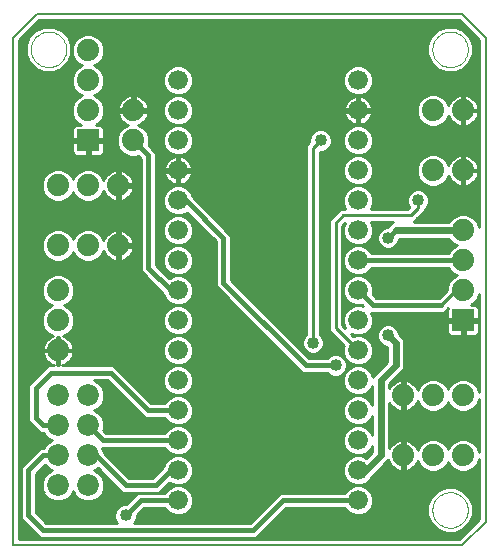
<source format=gbl>
G75*
%MOIN*%
%OFA0B0*%
%FSLAX24Y24*%
%IPPOS*%
%LPD*%
%AMOC8*
5,1,8,0,0,1.08239X$1,22.5*
%
%ADD10C,0.0080*%
%ADD11C,0.0000*%
%ADD12C,0.0660*%
%ADD13C,0.0728*%
%ADD14C,0.0740*%
%ADD15R,0.0740X0.0740*%
%ADD16C,0.0400*%
%ADD17C,0.0100*%
%ADD18C,0.0240*%
%ADD19C,0.0160*%
D10*
X000400Y001125D02*
X000400Y018054D01*
X001187Y018842D01*
X015361Y018842D01*
X016148Y018054D01*
X016148Y001912D01*
X015361Y001125D01*
X000400Y001125D01*
D11*
X000990Y017660D02*
X000992Y017708D01*
X000998Y017756D01*
X001008Y017803D01*
X001021Y017849D01*
X001039Y017894D01*
X001059Y017938D01*
X001084Y017980D01*
X001112Y018019D01*
X001142Y018056D01*
X001176Y018090D01*
X001213Y018122D01*
X001251Y018151D01*
X001292Y018176D01*
X001335Y018198D01*
X001380Y018216D01*
X001426Y018230D01*
X001473Y018241D01*
X001521Y018248D01*
X001569Y018251D01*
X001617Y018250D01*
X001665Y018245D01*
X001713Y018236D01*
X001759Y018224D01*
X001804Y018207D01*
X001848Y018187D01*
X001890Y018164D01*
X001930Y018137D01*
X001968Y018107D01*
X002003Y018074D01*
X002035Y018038D01*
X002065Y018000D01*
X002091Y017959D01*
X002113Y017916D01*
X002133Y017872D01*
X002148Y017827D01*
X002160Y017780D01*
X002168Y017732D01*
X002172Y017684D01*
X002172Y017636D01*
X002168Y017588D01*
X002160Y017540D01*
X002148Y017493D01*
X002133Y017448D01*
X002113Y017404D01*
X002091Y017361D01*
X002065Y017320D01*
X002035Y017282D01*
X002003Y017246D01*
X001968Y017213D01*
X001930Y017183D01*
X001890Y017156D01*
X001848Y017133D01*
X001804Y017113D01*
X001759Y017096D01*
X001713Y017084D01*
X001665Y017075D01*
X001617Y017070D01*
X001569Y017069D01*
X001521Y017072D01*
X001473Y017079D01*
X001426Y017090D01*
X001380Y017104D01*
X001335Y017122D01*
X001292Y017144D01*
X001251Y017169D01*
X001213Y017198D01*
X001176Y017230D01*
X001142Y017264D01*
X001112Y017301D01*
X001084Y017340D01*
X001059Y017382D01*
X001039Y017426D01*
X001021Y017471D01*
X001008Y017517D01*
X000998Y017564D01*
X000992Y017612D01*
X000990Y017660D01*
X014376Y017660D02*
X014378Y017708D01*
X014384Y017756D01*
X014394Y017803D01*
X014407Y017849D01*
X014425Y017894D01*
X014445Y017938D01*
X014470Y017980D01*
X014498Y018019D01*
X014528Y018056D01*
X014562Y018090D01*
X014599Y018122D01*
X014637Y018151D01*
X014678Y018176D01*
X014721Y018198D01*
X014766Y018216D01*
X014812Y018230D01*
X014859Y018241D01*
X014907Y018248D01*
X014955Y018251D01*
X015003Y018250D01*
X015051Y018245D01*
X015099Y018236D01*
X015145Y018224D01*
X015190Y018207D01*
X015234Y018187D01*
X015276Y018164D01*
X015316Y018137D01*
X015354Y018107D01*
X015389Y018074D01*
X015421Y018038D01*
X015451Y018000D01*
X015477Y017959D01*
X015499Y017916D01*
X015519Y017872D01*
X015534Y017827D01*
X015546Y017780D01*
X015554Y017732D01*
X015558Y017684D01*
X015558Y017636D01*
X015554Y017588D01*
X015546Y017540D01*
X015534Y017493D01*
X015519Y017448D01*
X015499Y017404D01*
X015477Y017361D01*
X015451Y017320D01*
X015421Y017282D01*
X015389Y017246D01*
X015354Y017213D01*
X015316Y017183D01*
X015276Y017156D01*
X015234Y017133D01*
X015190Y017113D01*
X015145Y017096D01*
X015099Y017084D01*
X015051Y017075D01*
X015003Y017070D01*
X014955Y017069D01*
X014907Y017072D01*
X014859Y017079D01*
X014812Y017090D01*
X014766Y017104D01*
X014721Y017122D01*
X014678Y017144D01*
X014637Y017169D01*
X014599Y017198D01*
X014562Y017230D01*
X014528Y017264D01*
X014498Y017301D01*
X014470Y017340D01*
X014445Y017382D01*
X014425Y017426D01*
X014407Y017471D01*
X014394Y017517D01*
X014384Y017564D01*
X014378Y017612D01*
X014376Y017660D01*
X014376Y002306D02*
X014378Y002354D01*
X014384Y002402D01*
X014394Y002449D01*
X014407Y002495D01*
X014425Y002540D01*
X014445Y002584D01*
X014470Y002626D01*
X014498Y002665D01*
X014528Y002702D01*
X014562Y002736D01*
X014599Y002768D01*
X014637Y002797D01*
X014678Y002822D01*
X014721Y002844D01*
X014766Y002862D01*
X014812Y002876D01*
X014859Y002887D01*
X014907Y002894D01*
X014955Y002897D01*
X015003Y002896D01*
X015051Y002891D01*
X015099Y002882D01*
X015145Y002870D01*
X015190Y002853D01*
X015234Y002833D01*
X015276Y002810D01*
X015316Y002783D01*
X015354Y002753D01*
X015389Y002720D01*
X015421Y002684D01*
X015451Y002646D01*
X015477Y002605D01*
X015499Y002562D01*
X015519Y002518D01*
X015534Y002473D01*
X015546Y002426D01*
X015554Y002378D01*
X015558Y002330D01*
X015558Y002282D01*
X015554Y002234D01*
X015546Y002186D01*
X015534Y002139D01*
X015519Y002094D01*
X015499Y002050D01*
X015477Y002007D01*
X015451Y001966D01*
X015421Y001928D01*
X015389Y001892D01*
X015354Y001859D01*
X015316Y001829D01*
X015276Y001802D01*
X015234Y001779D01*
X015190Y001759D01*
X015145Y001742D01*
X015099Y001730D01*
X015051Y001721D01*
X015003Y001716D01*
X014955Y001715D01*
X014907Y001718D01*
X014859Y001725D01*
X014812Y001736D01*
X014766Y001750D01*
X014721Y001768D01*
X014678Y001790D01*
X014637Y001815D01*
X014599Y001844D01*
X014562Y001876D01*
X014528Y001910D01*
X014498Y001947D01*
X014470Y001986D01*
X014445Y002028D01*
X014425Y002072D01*
X014407Y002117D01*
X014394Y002163D01*
X014384Y002210D01*
X014378Y002258D01*
X014376Y002306D01*
D12*
X011900Y002625D03*
X011900Y003625D03*
X011900Y004625D03*
X011900Y005625D03*
X011900Y006625D03*
X011900Y007625D03*
X011900Y008625D03*
X011900Y009625D03*
X011900Y010625D03*
X011900Y011625D03*
X011900Y012625D03*
X011900Y013625D03*
X011900Y014625D03*
X011900Y015625D03*
X011900Y016625D03*
X005900Y016625D03*
X005900Y015625D03*
X005900Y014625D03*
X005900Y013625D03*
X005900Y012625D03*
X005900Y011625D03*
X005900Y010625D03*
X005900Y009625D03*
X005900Y008625D03*
X005900Y007625D03*
X005900Y006625D03*
X005900Y005625D03*
X005900Y004625D03*
X005900Y003625D03*
X005900Y002625D03*
D13*
X002900Y003125D03*
X002900Y004125D03*
X002900Y005125D03*
X002900Y006125D03*
X001900Y006125D03*
X001900Y005125D03*
X001900Y004125D03*
X001900Y003125D03*
D14*
X001900Y007625D03*
X001900Y008625D03*
X001900Y009625D03*
X001900Y011125D03*
X002900Y011125D03*
X003900Y011125D03*
X003900Y013125D03*
X002900Y013125D03*
X001900Y013125D03*
X002900Y015625D03*
X002900Y016625D03*
X002900Y017625D03*
X004400Y015625D03*
X004400Y014625D03*
X013400Y006125D03*
X014400Y006125D03*
X015400Y006125D03*
X015400Y004125D03*
X014400Y004125D03*
X013400Y004125D03*
X015400Y009625D03*
X015400Y010625D03*
X015400Y011625D03*
X015400Y013625D03*
X014400Y013625D03*
X014400Y015625D03*
X015400Y015625D03*
D15*
X015400Y008625D03*
X002900Y014625D03*
D16*
X003650Y018375D03*
X009150Y018375D03*
X010650Y014625D03*
X012900Y011375D03*
X013900Y011125D03*
X013900Y010125D03*
X012900Y008125D03*
X011150Y007125D03*
X010400Y007875D03*
X013900Y012625D03*
X013400Y018375D03*
X002650Y010125D03*
X004150Y002125D03*
D17*
X004423Y001875D02*
X004464Y001915D01*
X004520Y002051D01*
X004520Y002141D01*
X004754Y002375D01*
X005462Y002375D01*
X005476Y002342D01*
X005617Y002201D01*
X005801Y002125D01*
X005999Y002125D01*
X006183Y002201D01*
X006324Y002342D01*
X006400Y002526D01*
X006400Y002724D01*
X006324Y002908D01*
X006183Y003049D01*
X005999Y003125D01*
X006183Y003201D01*
X006324Y003342D01*
X006400Y003526D01*
X006400Y003724D01*
X006324Y003908D01*
X006183Y004049D01*
X005999Y004125D01*
X006183Y004201D01*
X006324Y004342D01*
X006400Y004526D01*
X006400Y004724D01*
X006324Y004908D01*
X006183Y005049D01*
X005999Y005125D01*
X006183Y005201D01*
X006324Y005342D01*
X006400Y005526D01*
X006400Y005724D01*
X006324Y005908D01*
X006183Y006049D01*
X005999Y006125D01*
X005801Y006125D01*
X005617Y006049D01*
X005476Y005908D01*
X005462Y005875D01*
X005004Y005875D01*
X003862Y007017D01*
X003792Y007087D01*
X003700Y007125D01*
X002044Y007125D01*
X002100Y007143D01*
X002173Y007180D01*
X002239Y007228D01*
X002297Y007286D01*
X002345Y007352D01*
X002382Y007425D01*
X002407Y007503D01*
X002420Y007584D01*
X002420Y007595D01*
X001930Y007595D01*
X001930Y007655D01*
X002420Y007655D01*
X002420Y007666D01*
X002407Y007747D01*
X002382Y007825D01*
X002345Y007898D01*
X002297Y007964D01*
X002239Y008022D01*
X002173Y008070D01*
X002100Y008107D01*
X002078Y008114D01*
X002206Y008167D01*
X002358Y008319D01*
X002440Y008518D01*
X002440Y008732D01*
X002358Y008931D01*
X002206Y009083D01*
X002104Y009125D01*
X002206Y009167D01*
X002358Y009319D01*
X002440Y009518D01*
X002440Y009732D01*
X002358Y009931D01*
X002206Y010083D01*
X002007Y010165D01*
X001793Y010165D01*
X001594Y010083D01*
X001442Y009931D01*
X001360Y009732D01*
X001360Y009518D01*
X001442Y009319D01*
X001594Y009167D01*
X001696Y009125D01*
X001594Y009083D01*
X001442Y008931D01*
X001360Y008732D01*
X001360Y008518D01*
X001442Y008319D01*
X001594Y008167D01*
X001722Y008114D01*
X001700Y008107D01*
X001627Y008070D01*
X001561Y008022D01*
X001503Y007964D01*
X001455Y007898D01*
X001418Y007825D01*
X001393Y007747D01*
X001380Y007666D01*
X001380Y007655D01*
X001870Y007655D01*
X001870Y008085D01*
X001930Y008085D01*
X001930Y007655D01*
X001870Y007655D01*
X001870Y007595D01*
X001380Y007595D01*
X001380Y007584D01*
X001393Y007503D01*
X001418Y007425D01*
X001455Y007352D01*
X001503Y007286D01*
X001561Y007228D01*
X001627Y007180D01*
X001700Y007143D01*
X001756Y007125D01*
X001600Y007125D01*
X001508Y007087D01*
X000938Y006517D01*
X000900Y006425D01*
X000900Y005325D01*
X000938Y005233D01*
X001188Y004983D01*
X001258Y004913D01*
X001350Y004875D01*
X001425Y004875D01*
X001447Y004822D01*
X001597Y004672D01*
X001711Y004625D01*
X001597Y004578D01*
X001447Y004428D01*
X001425Y004375D01*
X001350Y004375D01*
X001258Y004337D01*
X001188Y004267D01*
X000688Y003767D01*
X000650Y003675D01*
X000650Y002075D01*
X000688Y001983D01*
X000758Y001913D01*
X001258Y001413D01*
X001350Y001375D01*
X008450Y001375D01*
X008542Y001413D01*
X008612Y001483D01*
X009504Y002375D01*
X011462Y002375D01*
X011476Y002342D01*
X011617Y002201D01*
X011801Y002125D01*
X011999Y002125D01*
X012183Y002201D01*
X012324Y002342D01*
X012400Y002526D01*
X012400Y002724D01*
X012324Y002908D01*
X012183Y003049D01*
X011999Y003125D01*
X011801Y003125D01*
X011617Y003049D01*
X011476Y002908D01*
X011462Y002875D01*
X009350Y002875D01*
X009258Y002837D01*
X008296Y001875D01*
X004423Y001875D01*
X004461Y001913D02*
X008334Y001913D01*
X008433Y002012D02*
X004503Y002012D01*
X004520Y002110D02*
X008531Y002110D01*
X008630Y002209D02*
X006191Y002209D01*
X006289Y002307D02*
X008728Y002307D01*
X008827Y002406D02*
X006350Y002406D01*
X006391Y002504D02*
X008925Y002504D01*
X009024Y002603D02*
X006400Y002603D01*
X006400Y002701D02*
X009122Y002701D01*
X009221Y002800D02*
X006369Y002800D01*
X006328Y002898D02*
X011472Y002898D01*
X011564Y002997D02*
X006236Y002997D01*
X006072Y003095D02*
X011728Y003095D01*
X011801Y003125D02*
X011617Y003201D01*
X011476Y003342D01*
X011400Y003526D01*
X011400Y003724D01*
X011476Y003908D01*
X011617Y004049D01*
X011801Y004125D01*
X011999Y004125D01*
X012169Y004055D01*
X012360Y004245D01*
X012360Y004429D01*
X012324Y004342D01*
X012183Y004201D01*
X011999Y004125D01*
X011801Y004125D01*
X011617Y004201D01*
X011476Y004342D01*
X011400Y004526D01*
X011400Y004724D01*
X011476Y004908D01*
X011617Y005049D01*
X011801Y005125D01*
X011999Y005125D01*
X012183Y005049D01*
X012324Y004908D01*
X012360Y004821D01*
X012360Y005429D01*
X012324Y005342D01*
X012183Y005201D01*
X011999Y005125D01*
X011801Y005125D01*
X011617Y005201D01*
X011476Y005342D01*
X011400Y005526D01*
X011400Y005724D01*
X011476Y005908D01*
X011617Y006049D01*
X011801Y006125D01*
X011999Y006125D01*
X012183Y006049D01*
X012324Y005908D01*
X012360Y005821D01*
X012360Y006429D01*
X012324Y006342D01*
X012183Y006201D01*
X011999Y006125D01*
X011801Y006125D01*
X011617Y006201D01*
X011476Y006342D01*
X011400Y006526D01*
X011400Y006724D01*
X011476Y006908D01*
X011617Y007049D01*
X011801Y007125D01*
X011999Y007125D01*
X012183Y007049D01*
X012324Y006908D01*
X012389Y006752D01*
X012404Y006789D01*
X012860Y007245D01*
X012860Y007755D01*
X012860Y007755D01*
X012826Y007755D01*
X012690Y007811D01*
X012586Y007915D01*
X012530Y008051D01*
X012530Y008199D01*
X012586Y008335D01*
X012690Y008439D01*
X012826Y008495D01*
X012974Y008495D01*
X013110Y008439D01*
X013214Y008335D01*
X013270Y008199D01*
X013270Y008165D01*
X013396Y008039D01*
X013440Y007933D01*
X013440Y007067D01*
X013396Y006961D01*
X013314Y006879D01*
X012940Y006505D01*
X012940Y006368D01*
X012955Y006398D01*
X013003Y006464D01*
X013061Y006522D01*
X013127Y006570D01*
X013200Y006607D01*
X013278Y006632D01*
X013350Y006644D01*
X013350Y006175D01*
X013450Y006175D01*
X013450Y006644D01*
X013522Y006632D01*
X013600Y006607D01*
X013673Y006570D01*
X013739Y006522D01*
X013797Y006464D01*
X013845Y006398D01*
X013882Y006325D01*
X013889Y006303D01*
X013942Y006431D01*
X014094Y006583D01*
X014293Y006665D01*
X014507Y006665D01*
X014706Y006583D01*
X014858Y006431D01*
X014900Y006329D01*
X014942Y006431D01*
X015094Y006583D01*
X015293Y006665D01*
X015507Y006665D01*
X015706Y006583D01*
X015858Y006431D01*
X015938Y006237D01*
X015938Y009513D01*
X015858Y009319D01*
X015706Y009167D01*
X015652Y009145D01*
X015790Y009145D01*
X015828Y009135D01*
X015862Y009115D01*
X015890Y009087D01*
X015910Y009053D01*
X015920Y009015D01*
X015920Y008675D01*
X015450Y008675D01*
X015450Y008575D01*
X015920Y008575D01*
X015920Y008235D01*
X015910Y008197D01*
X015890Y008163D01*
X015862Y008135D01*
X015828Y008115D01*
X015790Y008105D01*
X015450Y008105D01*
X015450Y008575D01*
X015350Y008575D01*
X015350Y008105D01*
X015010Y008105D01*
X014972Y008115D01*
X014938Y008135D01*
X014910Y008163D01*
X014890Y008197D01*
X014880Y008235D01*
X014880Y008575D01*
X015350Y008575D01*
X015350Y008675D01*
X014880Y008675D01*
X014880Y009015D01*
X014889Y009049D01*
X014862Y008983D01*
X014792Y008913D01*
X014700Y008875D01*
X012350Y008875D01*
X012335Y008881D01*
X012400Y008724D01*
X012400Y008526D01*
X012324Y008342D01*
X012183Y008201D01*
X011999Y008125D01*
X011801Y008125D01*
X011648Y008188D01*
X011737Y008099D01*
X011801Y008125D01*
X011999Y008125D01*
X012183Y008049D01*
X012324Y007908D01*
X012400Y007724D01*
X012400Y007526D01*
X012324Y007342D01*
X012183Y007201D01*
X011999Y007125D01*
X011801Y007125D01*
X011617Y007201D01*
X011476Y007342D01*
X011400Y007526D01*
X011400Y007724D01*
X011426Y007788D01*
X011059Y008155D01*
X011059Y008155D01*
X010930Y008284D01*
X010930Y011966D01*
X011059Y012095D01*
X011309Y012345D01*
X011475Y012345D01*
X011400Y012526D01*
X011400Y012724D01*
X011476Y012908D01*
X011617Y013049D01*
X011801Y013125D01*
X011999Y013125D01*
X012183Y013201D01*
X012324Y013342D01*
X012400Y013526D01*
X012400Y013724D01*
X012324Y013908D01*
X012183Y014049D01*
X011999Y014125D01*
X012183Y014201D01*
X012324Y014342D01*
X012400Y014526D01*
X012400Y014724D01*
X012324Y014908D01*
X012183Y015049D01*
X011999Y015125D01*
X011801Y015125D01*
X011617Y015049D01*
X011476Y014908D01*
X011400Y014724D01*
X011400Y014526D01*
X011476Y014342D01*
X011617Y014201D01*
X011801Y014125D01*
X011999Y014125D01*
X011801Y014125D01*
X011617Y014049D01*
X011476Y013908D01*
X011400Y013724D01*
X011400Y013526D01*
X011476Y013342D01*
X011617Y013201D01*
X011801Y013125D01*
X011999Y013125D01*
X012183Y013049D01*
X012324Y012908D01*
X012400Y012724D01*
X012400Y012526D01*
X012325Y012345D01*
X013559Y012345D01*
X013608Y012394D01*
X013586Y012415D01*
X013530Y012551D01*
X012400Y012551D01*
X012400Y012650D02*
X013530Y012650D01*
X013530Y012699D02*
X013530Y012551D01*
X013571Y012453D02*
X012370Y012453D01*
X012329Y012354D02*
X013568Y012354D01*
X013650Y012125D02*
X011400Y012125D01*
X011150Y011875D01*
X011150Y008375D01*
X011900Y007625D01*
X011440Y007429D02*
X011369Y007429D01*
X011360Y007439D02*
X011224Y007495D01*
X011076Y007495D01*
X010940Y007439D01*
X010877Y007375D01*
X010254Y007375D01*
X007650Y009979D01*
X007650Y011425D01*
X007612Y011517D01*
X006397Y012731D01*
X006324Y012908D01*
X006183Y013049D01*
X005999Y013125D01*
X005801Y013125D01*
X005617Y013049D01*
X005476Y012908D01*
X005400Y012724D01*
X005400Y012526D01*
X005476Y012342D01*
X005617Y012201D01*
X005801Y012125D01*
X005617Y012049D01*
X005476Y011908D01*
X005400Y011724D01*
X005400Y011526D01*
X005476Y011342D01*
X005617Y011201D01*
X005801Y011125D01*
X005617Y011049D01*
X005476Y010908D01*
X005400Y010724D01*
X005400Y010526D01*
X005476Y010342D01*
X005617Y010201D01*
X005801Y010125D01*
X005617Y010049D01*
X005598Y010030D01*
X005150Y010479D01*
X005150Y014175D01*
X005112Y014267D01*
X005042Y014337D01*
X004917Y014462D01*
X004940Y014518D01*
X004940Y014732D01*
X004858Y014931D01*
X004706Y015083D01*
X004578Y015136D01*
X004600Y015143D01*
X004673Y015180D01*
X004739Y015228D01*
X004797Y015286D01*
X004845Y015352D01*
X004882Y015425D01*
X004907Y015503D01*
X004919Y015575D01*
X004450Y015575D01*
X004450Y015675D01*
X004350Y015675D01*
X004350Y016144D01*
X004278Y016132D01*
X004200Y016107D01*
X004127Y016070D01*
X004061Y016022D01*
X004003Y015964D01*
X003955Y015898D01*
X003918Y015825D01*
X003893Y015747D01*
X003881Y015675D01*
X004350Y015675D01*
X004350Y015575D01*
X003881Y015575D01*
X003893Y015503D01*
X003918Y015425D01*
X003955Y015352D01*
X004003Y015286D01*
X004061Y015228D01*
X004127Y015180D01*
X004200Y015143D01*
X004222Y015136D01*
X004094Y015083D01*
X003942Y014931D01*
X003860Y014732D01*
X003860Y014518D01*
X003942Y014319D01*
X004094Y014167D01*
X004293Y014085D01*
X004507Y014085D01*
X004563Y014108D01*
X004650Y014021D01*
X004650Y010325D01*
X004688Y010233D01*
X004758Y010163D01*
X005403Y009519D01*
X005476Y009342D01*
X005617Y009201D01*
X005801Y009125D01*
X005617Y009049D01*
X005476Y008908D01*
X005400Y008724D01*
X005400Y008526D01*
X005476Y008342D01*
X005617Y008201D01*
X005801Y008125D01*
X005617Y008049D01*
X005476Y007908D01*
X005400Y007724D01*
X005400Y007526D01*
X005476Y007342D01*
X005617Y007201D01*
X005801Y007125D01*
X005617Y007049D01*
X005476Y006908D01*
X005400Y006724D01*
X005400Y006526D01*
X005476Y006342D01*
X005617Y006201D01*
X005801Y006125D01*
X005999Y006125D01*
X006183Y006201D01*
X006324Y006342D01*
X006400Y006526D01*
X006400Y006724D01*
X006324Y006908D01*
X006183Y007049D01*
X005999Y007125D01*
X005801Y007125D01*
X005999Y007125D01*
X006183Y007201D01*
X006324Y007342D01*
X006400Y007526D01*
X006400Y007724D01*
X006324Y007908D01*
X006183Y008049D01*
X005999Y008125D01*
X005801Y008125D01*
X005999Y008125D01*
X006183Y008201D01*
X006324Y008342D01*
X006400Y008526D01*
X006400Y008724D01*
X006324Y008908D01*
X006183Y009049D01*
X005999Y009125D01*
X005801Y009125D01*
X005999Y009125D01*
X006183Y009201D01*
X006324Y009342D01*
X006400Y009526D01*
X006400Y009724D01*
X006324Y009908D01*
X006183Y010049D01*
X005999Y010125D01*
X005801Y010125D01*
X005999Y010125D01*
X006183Y010201D01*
X006324Y010342D01*
X006400Y010526D01*
X006400Y010724D01*
X006324Y010908D01*
X006183Y011049D01*
X005999Y011125D01*
X005801Y011125D01*
X005999Y011125D01*
X006183Y011201D01*
X006324Y011342D01*
X006400Y011526D01*
X006400Y011724D01*
X006324Y011908D01*
X006183Y012049D01*
X005999Y012125D01*
X005801Y012125D01*
X005999Y012125D01*
X006183Y012201D01*
X006202Y012220D01*
X007150Y011271D01*
X007150Y009825D01*
X007188Y009733D01*
X007258Y009663D01*
X009938Y006983D01*
X010008Y006913D01*
X010100Y006875D01*
X010877Y006875D01*
X010940Y006811D01*
X011076Y006755D01*
X011224Y006755D01*
X011360Y006811D01*
X011464Y006915D01*
X011520Y007051D01*
X011520Y007199D01*
X011464Y007335D01*
X011360Y007439D01*
X011400Y007528D02*
X010528Y007528D01*
X010474Y007505D02*
X010610Y007561D01*
X010714Y007665D01*
X010770Y007801D01*
X010770Y007949D01*
X010714Y008085D01*
X010620Y008178D01*
X010620Y014255D01*
X010724Y014255D01*
X010860Y014311D01*
X010964Y014415D01*
X011020Y014551D01*
X011020Y014699D01*
X010964Y014835D01*
X010860Y014939D01*
X010724Y014995D01*
X010576Y014995D01*
X010440Y014939D01*
X010336Y014835D01*
X010280Y014699D01*
X010280Y014566D01*
X010180Y014466D01*
X010180Y008178D01*
X010086Y008085D01*
X010030Y007949D01*
X010030Y007801D01*
X010086Y007665D01*
X010190Y007561D01*
X010326Y007505D01*
X010474Y007505D01*
X010272Y007528D02*
X010101Y007528D01*
X010126Y007626D02*
X010003Y007626D01*
X010062Y007725D02*
X009904Y007725D01*
X009806Y007823D02*
X010030Y007823D01*
X010030Y007922D02*
X009707Y007922D01*
X009609Y008020D02*
X010060Y008020D01*
X010120Y008119D02*
X009510Y008119D01*
X009412Y008217D02*
X010180Y008217D01*
X010180Y008316D02*
X009313Y008316D01*
X009215Y008414D02*
X010180Y008414D01*
X010180Y008513D02*
X009116Y008513D01*
X009018Y008611D02*
X010180Y008611D01*
X010180Y008710D02*
X008919Y008710D01*
X008821Y008808D02*
X010180Y008808D01*
X010180Y008907D02*
X008722Y008907D01*
X008624Y009005D02*
X010180Y009005D01*
X010180Y009104D02*
X008525Y009104D01*
X008427Y009202D02*
X010180Y009202D01*
X010180Y009301D02*
X008328Y009301D01*
X008230Y009399D02*
X010180Y009399D01*
X010180Y009498D02*
X008131Y009498D01*
X008033Y009596D02*
X010180Y009596D01*
X010180Y009695D02*
X007934Y009695D01*
X007836Y009793D02*
X010180Y009793D01*
X010180Y009892D02*
X007737Y009892D01*
X007650Y009990D02*
X010180Y009990D01*
X010180Y010089D02*
X007650Y010089D01*
X007650Y010187D02*
X010180Y010187D01*
X010180Y010286D02*
X007650Y010286D01*
X007650Y010384D02*
X010180Y010384D01*
X010180Y010483D02*
X007650Y010483D01*
X007650Y010581D02*
X010180Y010581D01*
X010180Y010680D02*
X007650Y010680D01*
X007650Y010778D02*
X010180Y010778D01*
X010180Y010877D02*
X007650Y010877D01*
X007650Y010975D02*
X010180Y010975D01*
X010180Y011074D02*
X007650Y011074D01*
X007650Y011172D02*
X010180Y011172D01*
X010180Y011271D02*
X007650Y011271D01*
X007650Y011369D02*
X010180Y011369D01*
X010180Y011468D02*
X007632Y011468D01*
X007563Y011566D02*
X010180Y011566D01*
X010180Y011665D02*
X007464Y011665D01*
X007366Y011763D02*
X010180Y011763D01*
X010180Y011862D02*
X007267Y011862D01*
X007169Y011960D02*
X010180Y011960D01*
X010180Y012059D02*
X007070Y012059D01*
X006972Y012157D02*
X010180Y012157D01*
X010180Y012256D02*
X006873Y012256D01*
X006775Y012354D02*
X010180Y012354D01*
X010180Y012453D02*
X006676Y012453D01*
X006578Y012551D02*
X010180Y012551D01*
X010180Y012650D02*
X006479Y012650D01*
X006390Y012748D02*
X010180Y012748D01*
X010180Y012847D02*
X006349Y012847D01*
X006287Y012945D02*
X010180Y012945D01*
X010180Y013044D02*
X006189Y013044D01*
X006084Y013180D02*
X006152Y013214D01*
X006213Y013259D01*
X006266Y013312D01*
X006311Y013373D01*
X006345Y013441D01*
X006368Y013513D01*
X006380Y013586D01*
X005939Y013586D01*
X005939Y013664D01*
X006380Y013664D01*
X006368Y013737D01*
X006345Y013809D01*
X006311Y013877D01*
X006266Y013938D01*
X006213Y013991D01*
X006152Y014036D01*
X006084Y014070D01*
X006012Y014093D01*
X005939Y014105D01*
X005939Y013664D01*
X005861Y013664D01*
X005861Y014105D01*
X005788Y014093D01*
X005716Y014070D01*
X005648Y014036D01*
X005587Y013991D01*
X005534Y013938D01*
X005489Y013877D01*
X005455Y013809D01*
X005432Y013737D01*
X005420Y013664D01*
X005861Y013664D01*
X005861Y013586D01*
X005939Y013586D01*
X005939Y013145D01*
X006012Y013157D01*
X006084Y013180D01*
X006187Y013241D02*
X010180Y013241D01*
X010180Y013339D02*
X006286Y013339D01*
X006343Y013438D02*
X010180Y013438D01*
X010180Y013536D02*
X006372Y013536D01*
X006369Y013733D02*
X010180Y013733D01*
X010180Y013635D02*
X005939Y013635D01*
X005861Y013635D02*
X005150Y013635D01*
X005150Y013733D02*
X005431Y013733D01*
X005467Y013832D02*
X005150Y013832D01*
X005150Y013930D02*
X005528Y013930D01*
X005639Y014029D02*
X005150Y014029D01*
X005150Y014127D02*
X005796Y014127D01*
X005801Y014125D02*
X005999Y014125D01*
X006183Y014201D01*
X006324Y014342D01*
X006400Y014526D01*
X006400Y014724D01*
X006324Y014908D01*
X006183Y015049D01*
X005999Y015125D01*
X006183Y015201D01*
X006324Y015342D01*
X006400Y015526D01*
X006400Y015724D01*
X006324Y015908D01*
X006183Y016049D01*
X005999Y016125D01*
X006183Y016201D01*
X006324Y016342D01*
X006400Y016526D01*
X006400Y016724D01*
X006324Y016908D01*
X006183Y017049D01*
X005999Y017125D01*
X005801Y017125D01*
X005617Y017049D01*
X005476Y016908D01*
X005400Y016724D01*
X005400Y016526D01*
X005476Y016342D01*
X005617Y016201D01*
X005801Y016125D01*
X005999Y016125D01*
X005801Y016125D01*
X005617Y016049D01*
X005476Y015908D01*
X005400Y015724D01*
X005400Y015526D01*
X005476Y015342D01*
X005617Y015201D01*
X005801Y015125D01*
X005999Y015125D01*
X005801Y015125D01*
X005617Y015049D01*
X005476Y014908D01*
X005400Y014724D01*
X005400Y014526D01*
X005476Y014342D01*
X005617Y014201D01*
X005801Y014125D01*
X005861Y014029D02*
X005939Y014029D01*
X005939Y013930D02*
X005861Y013930D01*
X005861Y013832D02*
X005939Y013832D01*
X005939Y013733D02*
X005861Y013733D01*
X005861Y013586D02*
X005420Y013586D01*
X005432Y013513D01*
X005455Y013441D01*
X005489Y013373D01*
X005534Y013312D01*
X005587Y013259D01*
X005648Y013214D01*
X005716Y013180D01*
X005788Y013157D01*
X005861Y013145D01*
X005861Y013586D01*
X005861Y013536D02*
X005939Y013536D01*
X005939Y013438D02*
X005861Y013438D01*
X005861Y013339D02*
X005939Y013339D01*
X005939Y013241D02*
X005861Y013241D01*
X005613Y013241D02*
X005150Y013241D01*
X005150Y013339D02*
X005514Y013339D01*
X005457Y013438D02*
X005150Y013438D01*
X005150Y013536D02*
X005428Y013536D01*
X005150Y013142D02*
X010180Y013142D01*
X010620Y013142D02*
X011759Y013142D01*
X011611Y013044D02*
X010620Y013044D01*
X010620Y012945D02*
X011513Y012945D01*
X011451Y012847D02*
X010620Y012847D01*
X010620Y012748D02*
X011410Y012748D01*
X011400Y012650D02*
X010620Y012650D01*
X010620Y012551D02*
X011400Y012551D01*
X011430Y012453D02*
X010620Y012453D01*
X010620Y012354D02*
X011471Y012354D01*
X011219Y012256D02*
X010620Y012256D01*
X010620Y012157D02*
X011121Y012157D01*
X011022Y012059D02*
X010620Y012059D01*
X010620Y011960D02*
X010930Y011960D01*
X010930Y011862D02*
X010620Y011862D01*
X010620Y011763D02*
X010930Y011763D01*
X010930Y011665D02*
X010620Y011665D01*
X010620Y011566D02*
X010930Y011566D01*
X010930Y011468D02*
X010620Y011468D01*
X010620Y011369D02*
X010930Y011369D01*
X010930Y011271D02*
X010620Y011271D01*
X010620Y011172D02*
X010930Y011172D01*
X010930Y011074D02*
X010620Y011074D01*
X010620Y010975D02*
X010930Y010975D01*
X010930Y010877D02*
X010620Y010877D01*
X010620Y010778D02*
X010930Y010778D01*
X010930Y010680D02*
X010620Y010680D01*
X010620Y010581D02*
X010930Y010581D01*
X010930Y010483D02*
X010620Y010483D01*
X010620Y010384D02*
X010930Y010384D01*
X010930Y010286D02*
X010620Y010286D01*
X010620Y010187D02*
X010930Y010187D01*
X010930Y010089D02*
X010620Y010089D01*
X010620Y009990D02*
X010930Y009990D01*
X010930Y009892D02*
X010620Y009892D01*
X010620Y009793D02*
X010930Y009793D01*
X010930Y009695D02*
X010620Y009695D01*
X010620Y009596D02*
X010930Y009596D01*
X010930Y009498D02*
X010620Y009498D01*
X010620Y009399D02*
X010930Y009399D01*
X010930Y009301D02*
X010620Y009301D01*
X010620Y009202D02*
X010930Y009202D01*
X010930Y009104D02*
X010620Y009104D01*
X010620Y009005D02*
X010930Y009005D01*
X010930Y008907D02*
X010620Y008907D01*
X010620Y008808D02*
X010930Y008808D01*
X010930Y008710D02*
X010620Y008710D01*
X010620Y008611D02*
X010930Y008611D01*
X010930Y008513D02*
X010620Y008513D01*
X010620Y008414D02*
X010930Y008414D01*
X010930Y008316D02*
X010620Y008316D01*
X010620Y008217D02*
X010997Y008217D01*
X011095Y008119D02*
X010680Y008119D01*
X010740Y008020D02*
X011194Y008020D01*
X011292Y007922D02*
X010770Y007922D01*
X010770Y007823D02*
X011391Y007823D01*
X011400Y007725D02*
X010738Y007725D01*
X010674Y007626D02*
X011400Y007626D01*
X011465Y007331D02*
X011487Y007331D01*
X011506Y007232D02*
X011586Y007232D01*
X011520Y007134D02*
X011780Y007134D01*
X011603Y007035D02*
X011513Y007035D01*
X011504Y006937D02*
X011472Y006937D01*
X011447Y006838D02*
X011386Y006838D01*
X011406Y006740D02*
X006394Y006740D01*
X006400Y006641D02*
X011400Y006641D01*
X011400Y006543D02*
X006400Y006543D01*
X006366Y006444D02*
X011434Y006444D01*
X011475Y006346D02*
X006325Y006346D01*
X006229Y006247D02*
X011571Y006247D01*
X011744Y006149D02*
X006056Y006149D01*
X006180Y006050D02*
X011620Y006050D01*
X011519Y005952D02*
X006281Y005952D01*
X006347Y005853D02*
X011453Y005853D01*
X011412Y005755D02*
X006388Y005755D01*
X006400Y005656D02*
X011400Y005656D01*
X011400Y005558D02*
X006400Y005558D01*
X006372Y005459D02*
X011428Y005459D01*
X011468Y005361D02*
X006332Y005361D01*
X006244Y005262D02*
X011556Y005262D01*
X011708Y005164D02*
X006092Y005164D01*
X005999Y005125D02*
X005801Y005125D01*
X005617Y005201D01*
X005476Y005342D01*
X005462Y005375D01*
X004850Y005375D01*
X004758Y005413D01*
X003546Y006625D01*
X003089Y006625D01*
X003203Y006578D01*
X003353Y006428D01*
X003434Y006231D01*
X003434Y006019D01*
X003353Y005822D01*
X003203Y005672D01*
X003089Y005625D01*
X003203Y005578D01*
X003353Y005428D01*
X003434Y005231D01*
X003434Y005019D01*
X003412Y004966D01*
X003504Y004875D01*
X005462Y004875D01*
X005476Y004908D01*
X005617Y005049D01*
X005801Y005125D01*
X005999Y005125D01*
X006144Y005065D02*
X011656Y005065D01*
X011534Y004967D02*
X006266Y004967D01*
X006341Y004868D02*
X011459Y004868D01*
X011419Y004770D02*
X006381Y004770D01*
X006400Y004671D02*
X011400Y004671D01*
X011400Y004573D02*
X006400Y004573D01*
X006379Y004474D02*
X011421Y004474D01*
X011462Y004376D02*
X006338Y004376D01*
X006259Y004277D02*
X011541Y004277D01*
X011671Y004179D02*
X006129Y004179D01*
X006108Y004080D02*
X011692Y004080D01*
X011549Y003982D02*
X006251Y003982D01*
X006334Y003883D02*
X011466Y003883D01*
X011425Y003785D02*
X006375Y003785D01*
X006400Y003686D02*
X011400Y003686D01*
X011400Y003588D02*
X006400Y003588D01*
X006385Y003489D02*
X011415Y003489D01*
X011456Y003391D02*
X006344Y003391D01*
X006274Y003292D02*
X011526Y003292D01*
X011635Y003194D02*
X006165Y003194D01*
X005999Y003125D02*
X005801Y003125D01*
X005617Y003201D01*
X005598Y003220D01*
X005362Y002983D01*
X005292Y002913D01*
X005200Y002875D01*
X004100Y002875D01*
X004008Y002913D01*
X003226Y003696D01*
X003203Y003672D01*
X003089Y003625D01*
X003203Y003578D01*
X003353Y003428D01*
X003434Y003231D01*
X003434Y003019D01*
X003353Y002822D01*
X003203Y002672D01*
X003006Y002591D01*
X002794Y002591D01*
X002597Y002672D01*
X002447Y002822D01*
X002400Y002936D01*
X002353Y002822D01*
X002203Y002672D01*
X002006Y002591D01*
X001794Y002591D01*
X001597Y002672D01*
X001447Y002822D01*
X001366Y003019D01*
X001366Y003231D01*
X001447Y003428D01*
X001597Y003578D01*
X001711Y003625D01*
X001597Y003672D01*
X001449Y003821D01*
X001150Y003521D01*
X001150Y002229D01*
X001504Y001875D01*
X003877Y001875D01*
X003836Y001915D01*
X003780Y002051D01*
X003780Y002199D01*
X003836Y002335D01*
X003940Y002439D01*
X004076Y002495D01*
X004166Y002495D01*
X004508Y002837D01*
X004600Y002875D01*
X005462Y002875D01*
X005476Y002908D01*
X005617Y003049D01*
X005801Y003125D01*
X005999Y003125D01*
X005728Y003095D02*
X005474Y003095D01*
X005564Y002997D02*
X005375Y002997D01*
X005472Y002898D02*
X005255Y002898D01*
X005572Y003194D02*
X005635Y003194D01*
X005259Y003588D02*
X004041Y003588D01*
X003943Y003686D02*
X005357Y003686D01*
X005403Y003731D02*
X005046Y003375D01*
X004254Y003375D01*
X003434Y004194D01*
X003434Y004231D01*
X003375Y004375D01*
X005462Y004375D01*
X005476Y004342D01*
X005617Y004201D01*
X005801Y004125D01*
X005999Y004125D01*
X005801Y004125D01*
X005617Y004049D01*
X005476Y003908D01*
X005403Y003731D01*
X005425Y003785D02*
X003844Y003785D01*
X003746Y003883D02*
X005466Y003883D01*
X005549Y003982D02*
X003647Y003982D01*
X003549Y004080D02*
X005692Y004080D01*
X005671Y004179D02*
X003450Y004179D01*
X003415Y004277D02*
X005541Y004277D01*
X005534Y004967D02*
X003413Y004967D01*
X003434Y005065D02*
X005656Y005065D01*
X005708Y005164D02*
X003434Y005164D01*
X003421Y005262D02*
X005556Y005262D01*
X005468Y005361D02*
X003381Y005361D01*
X003321Y005459D02*
X004712Y005459D01*
X004614Y005558D02*
X003223Y005558D01*
X003164Y005656D02*
X004515Y005656D01*
X004417Y005755D02*
X003285Y005755D01*
X003366Y005853D02*
X004318Y005853D01*
X004220Y005952D02*
X003406Y005952D01*
X003434Y006050D02*
X004121Y006050D01*
X004023Y006149D02*
X003434Y006149D01*
X003428Y006247D02*
X003924Y006247D01*
X003826Y006346D02*
X003387Y006346D01*
X003336Y006444D02*
X003727Y006444D01*
X003629Y006543D02*
X003238Y006543D01*
X003844Y007035D02*
X005603Y007035D01*
X005504Y006937D02*
X003942Y006937D01*
X004041Y006838D02*
X005447Y006838D01*
X005406Y006740D02*
X004139Y006740D01*
X004238Y006641D02*
X005400Y006641D01*
X005400Y006543D02*
X004336Y006543D01*
X004435Y006444D02*
X005434Y006444D01*
X005475Y006346D02*
X004533Y006346D01*
X004632Y006247D02*
X005571Y006247D01*
X005744Y006149D02*
X004730Y006149D01*
X004829Y006050D02*
X005620Y006050D01*
X005519Y005952D02*
X004927Y005952D01*
X005780Y007134D02*
X002070Y007134D01*
X001930Y007134D02*
X001870Y007134D01*
X001870Y007125D02*
X001870Y007595D01*
X001930Y007595D01*
X001930Y007125D01*
X001870Y007125D01*
X001870Y007232D02*
X001930Y007232D01*
X001930Y007331D02*
X001870Y007331D01*
X001870Y007429D02*
X001930Y007429D01*
X001930Y007528D02*
X001870Y007528D01*
X001870Y007626D02*
X000610Y007626D01*
X000610Y007528D02*
X001389Y007528D01*
X001417Y007429D02*
X000610Y007429D01*
X000610Y007331D02*
X001471Y007331D01*
X001558Y007232D02*
X000610Y007232D01*
X000610Y007134D02*
X001730Y007134D01*
X001456Y007035D02*
X000610Y007035D01*
X000610Y006937D02*
X001358Y006937D01*
X001259Y006838D02*
X000610Y006838D01*
X000610Y006740D02*
X001161Y006740D01*
X001062Y006641D02*
X000610Y006641D01*
X000610Y006543D02*
X000964Y006543D01*
X000908Y006444D02*
X000610Y006444D01*
X000610Y006346D02*
X000900Y006346D01*
X000900Y006247D02*
X000610Y006247D01*
X000610Y006149D02*
X000900Y006149D01*
X000900Y006050D02*
X000610Y006050D01*
X000610Y005952D02*
X000900Y005952D01*
X000900Y005853D02*
X000610Y005853D01*
X000610Y005755D02*
X000900Y005755D01*
X000900Y005656D02*
X000610Y005656D01*
X000610Y005558D02*
X000900Y005558D01*
X000900Y005459D02*
X000610Y005459D01*
X000610Y005361D02*
X000900Y005361D01*
X000926Y005262D02*
X000610Y005262D01*
X000610Y005164D02*
X001008Y005164D01*
X001106Y005065D02*
X000610Y005065D01*
X000610Y004967D02*
X001205Y004967D01*
X001188Y004983D02*
X001188Y004983D01*
X001428Y004868D02*
X000610Y004868D01*
X000610Y004770D02*
X001500Y004770D01*
X001600Y004671D02*
X000610Y004671D01*
X000610Y004573D02*
X001592Y004573D01*
X001494Y004474D02*
X000610Y004474D01*
X000610Y004376D02*
X001426Y004376D01*
X001198Y004277D02*
X000610Y004277D01*
X000610Y004179D02*
X001100Y004179D01*
X001001Y004080D02*
X000610Y004080D01*
X000610Y003982D02*
X000903Y003982D01*
X000804Y003883D02*
X000610Y003883D01*
X000610Y003785D02*
X000706Y003785D01*
X000655Y003686D02*
X000610Y003686D01*
X000610Y003588D02*
X000650Y003588D01*
X000650Y003489D02*
X000610Y003489D01*
X000610Y003391D02*
X000650Y003391D01*
X000650Y003292D02*
X000610Y003292D01*
X000610Y003194D02*
X000650Y003194D01*
X000650Y003095D02*
X000610Y003095D01*
X000610Y002997D02*
X000650Y002997D01*
X000650Y002898D02*
X000610Y002898D01*
X000610Y002800D02*
X000650Y002800D01*
X000650Y002701D02*
X000610Y002701D01*
X000610Y002603D02*
X000650Y002603D01*
X000650Y002504D02*
X000610Y002504D01*
X000610Y002406D02*
X000650Y002406D01*
X000650Y002307D02*
X000610Y002307D01*
X000610Y002209D02*
X000650Y002209D01*
X000650Y002110D02*
X000610Y002110D01*
X000610Y002012D02*
X000676Y002012D01*
X000610Y001913D02*
X000758Y001913D01*
X000857Y001815D02*
X000610Y001815D01*
X000610Y001716D02*
X000955Y001716D01*
X001054Y001618D02*
X000610Y001618D01*
X000610Y001519D02*
X001152Y001519D01*
X001251Y001421D02*
X000610Y001421D01*
X000610Y001335D02*
X000610Y017967D01*
X001274Y018632D01*
X015274Y018632D01*
X015938Y017967D01*
X015938Y011737D01*
X015858Y011931D01*
X015706Y012083D01*
X015507Y012165D01*
X015293Y012165D01*
X015094Y012083D01*
X014942Y011931D01*
X014936Y011915D01*
X013751Y011915D01*
X013870Y012034D01*
X014120Y012284D01*
X014120Y012322D01*
X014214Y012415D01*
X014270Y012551D01*
X015938Y012551D01*
X015938Y012453D02*
X014229Y012453D01*
X014270Y012551D02*
X014270Y012699D01*
X014214Y012835D01*
X014110Y012939D01*
X013974Y012995D01*
X013826Y012995D01*
X013690Y012939D01*
X013586Y012835D01*
X013530Y012699D01*
X013550Y012748D02*
X012390Y012748D01*
X012349Y012847D02*
X013598Y012847D01*
X013706Y012945D02*
X012287Y012945D01*
X012189Y013044D02*
X015938Y013044D01*
X015938Y013142D02*
X015596Y013142D01*
X015600Y013143D02*
X015673Y013180D01*
X015739Y013228D01*
X015797Y013286D01*
X015845Y013352D01*
X015882Y013425D01*
X015907Y013503D01*
X015920Y013584D01*
X015920Y013595D01*
X015430Y013595D01*
X015430Y013655D01*
X015920Y013655D01*
X015920Y013666D01*
X015907Y013747D01*
X015882Y013825D01*
X015845Y013898D01*
X015797Y013964D01*
X015739Y014022D01*
X015673Y014070D01*
X015600Y014107D01*
X015522Y014132D01*
X015441Y014145D01*
X015430Y014145D01*
X015430Y013655D01*
X015370Y013655D01*
X015370Y014145D01*
X015359Y014145D01*
X015278Y014132D01*
X015200Y014107D01*
X015127Y014070D01*
X015061Y014022D01*
X015003Y013964D01*
X014955Y013898D01*
X014918Y013825D01*
X014911Y013803D01*
X014858Y013931D01*
X014706Y014083D01*
X014507Y014165D01*
X014293Y014165D01*
X014094Y014083D01*
X013942Y013931D01*
X013860Y013732D01*
X013860Y013518D01*
X013942Y013319D01*
X014094Y013167D01*
X014293Y013085D01*
X014507Y013085D01*
X014706Y013167D01*
X014858Y013319D01*
X014911Y013447D01*
X014918Y013425D01*
X014955Y013352D01*
X015003Y013286D01*
X015061Y013228D01*
X015127Y013180D01*
X015200Y013143D01*
X015278Y013118D01*
X015359Y013105D01*
X015370Y013105D01*
X015370Y013595D01*
X015430Y013595D01*
X015430Y013105D01*
X015441Y013105D01*
X015522Y013118D01*
X015600Y013143D01*
X015430Y013142D02*
X015370Y013142D01*
X015370Y013241D02*
X015430Y013241D01*
X015430Y013339D02*
X015370Y013339D01*
X015370Y013438D02*
X015430Y013438D01*
X015430Y013536D02*
X015370Y013536D01*
X015430Y013635D02*
X015938Y013635D01*
X015938Y013733D02*
X015909Y013733D01*
X015878Y013832D02*
X015938Y013832D01*
X015938Y013930D02*
X015821Y013930D01*
X015729Y014029D02*
X015938Y014029D01*
X015938Y014127D02*
X015538Y014127D01*
X015430Y014127D02*
X015370Y014127D01*
X015370Y014029D02*
X015430Y014029D01*
X015430Y013930D02*
X015370Y013930D01*
X015370Y013832D02*
X015430Y013832D01*
X015430Y013733D02*
X015370Y013733D01*
X015071Y014029D02*
X014760Y014029D01*
X014858Y013930D02*
X014979Y013930D01*
X014922Y013832D02*
X014899Y013832D01*
X014907Y013438D02*
X014914Y013438D01*
X014866Y013339D02*
X014965Y013339D01*
X015049Y013241D02*
X014779Y013241D01*
X014645Y013142D02*
X015204Y013142D01*
X015751Y013241D02*
X015938Y013241D01*
X015938Y013339D02*
X015835Y013339D01*
X015886Y013438D02*
X015938Y013438D01*
X015938Y013536D02*
X015912Y013536D01*
X015938Y012945D02*
X014094Y012945D01*
X014202Y012847D02*
X015938Y012847D01*
X015938Y012748D02*
X014250Y012748D01*
X014270Y012650D02*
X015938Y012650D01*
X015938Y012354D02*
X014152Y012354D01*
X014092Y012256D02*
X015938Y012256D01*
X015938Y012157D02*
X015527Y012157D01*
X015273Y012157D02*
X013993Y012157D01*
X013895Y012059D02*
X015070Y012059D01*
X014971Y011960D02*
X013796Y011960D01*
X013650Y012125D02*
X013900Y012375D01*
X013900Y012625D01*
X014155Y013142D02*
X012041Y013142D01*
X012223Y013241D02*
X014021Y013241D01*
X013934Y013339D02*
X012321Y013339D01*
X012364Y013438D02*
X013893Y013438D01*
X013860Y013536D02*
X012400Y013536D01*
X012400Y013635D02*
X013860Y013635D01*
X013860Y013733D02*
X012396Y013733D01*
X012356Y013832D02*
X013901Y013832D01*
X013942Y013930D02*
X012302Y013930D01*
X012204Y014029D02*
X014040Y014029D01*
X014201Y014127D02*
X012004Y014127D01*
X011796Y014127D02*
X010620Y014127D01*
X010620Y014029D02*
X011596Y014029D01*
X011498Y013930D02*
X010620Y013930D01*
X010620Y013832D02*
X011444Y013832D01*
X011404Y013733D02*
X010620Y013733D01*
X010620Y013635D02*
X011400Y013635D01*
X011400Y013536D02*
X010620Y013536D01*
X010620Y013438D02*
X011436Y013438D01*
X011479Y013339D02*
X010620Y013339D01*
X010620Y013241D02*
X011577Y013241D01*
X011592Y014226D02*
X010620Y014226D01*
X010872Y014324D02*
X011494Y014324D01*
X011443Y014423D02*
X010967Y014423D01*
X011007Y014521D02*
X011402Y014521D01*
X011400Y014620D02*
X011020Y014620D01*
X011012Y014718D02*
X011400Y014718D01*
X011438Y014817D02*
X010971Y014817D01*
X010883Y014915D02*
X011483Y014915D01*
X011581Y015014D02*
X006219Y015014D01*
X006317Y014915D02*
X010417Y014915D01*
X010329Y014817D02*
X006362Y014817D01*
X006400Y014718D02*
X010288Y014718D01*
X010280Y014620D02*
X006400Y014620D01*
X006398Y014521D02*
X010235Y014521D01*
X010180Y014423D02*
X006357Y014423D01*
X006306Y014324D02*
X010180Y014324D01*
X010180Y014226D02*
X006208Y014226D01*
X006161Y014029D02*
X010180Y014029D01*
X010180Y014127D02*
X006004Y014127D01*
X006272Y013930D02*
X010180Y013930D01*
X010180Y013832D02*
X006333Y013832D01*
X005592Y014226D02*
X005129Y014226D01*
X005055Y014324D02*
X005494Y014324D01*
X005443Y014423D02*
X004956Y014423D01*
X004940Y014521D02*
X005402Y014521D01*
X005400Y014620D02*
X004940Y014620D01*
X004940Y014718D02*
X005400Y014718D01*
X005438Y014817D02*
X004905Y014817D01*
X004864Y014915D02*
X005483Y014915D01*
X005581Y015014D02*
X004775Y015014D01*
X004635Y015112D02*
X005769Y015112D01*
X005607Y015211D02*
X004714Y015211D01*
X004813Y015309D02*
X005509Y015309D01*
X005449Y015408D02*
X004873Y015408D01*
X004908Y015506D02*
X005408Y015506D01*
X005400Y015605D02*
X004450Y015605D01*
X004450Y015675D02*
X004919Y015675D01*
X004907Y015747D01*
X004882Y015825D01*
X004845Y015898D01*
X004797Y015964D01*
X004739Y016022D01*
X004673Y016070D01*
X004600Y016107D01*
X004522Y016132D01*
X004450Y016144D01*
X004450Y015675D01*
X004450Y015703D02*
X004350Y015703D01*
X004350Y015605D02*
X003440Y015605D01*
X003440Y015518D02*
X003440Y015732D01*
X003358Y015931D01*
X003206Y016083D01*
X003104Y016125D01*
X003206Y016167D01*
X003358Y016319D01*
X003440Y016518D01*
X003440Y016732D01*
X003358Y016931D01*
X003206Y017083D01*
X003104Y017125D01*
X003206Y017167D01*
X003358Y017319D01*
X003440Y017518D01*
X003440Y017732D01*
X003358Y017931D01*
X003206Y018083D01*
X003007Y018165D01*
X002793Y018165D01*
X002594Y018083D01*
X002442Y017931D01*
X002360Y017732D01*
X002360Y017518D01*
X002442Y017319D01*
X002594Y017167D01*
X002696Y017125D01*
X002594Y017083D01*
X002442Y016931D01*
X002360Y016732D01*
X002360Y016518D01*
X002442Y016319D01*
X002594Y016167D01*
X002696Y016125D01*
X002594Y016083D01*
X002442Y015931D01*
X002360Y015732D01*
X002360Y015518D01*
X002442Y015319D01*
X002594Y015167D01*
X002648Y015145D01*
X002510Y015145D01*
X002472Y015135D01*
X002438Y015115D01*
X002410Y015087D01*
X002390Y015053D01*
X002380Y015015D01*
X002380Y014675D01*
X002850Y014675D01*
X002850Y014575D01*
X002380Y014575D01*
X002380Y014235D01*
X002390Y014197D01*
X002410Y014163D01*
X002438Y014135D01*
X002472Y014115D01*
X002510Y014105D01*
X002850Y014105D01*
X002850Y014575D01*
X002950Y014575D01*
X002950Y014675D01*
X003420Y014675D01*
X003420Y015015D01*
X003410Y015053D01*
X003390Y015087D01*
X003362Y015115D01*
X003328Y015135D01*
X003290Y015145D01*
X003152Y015145D01*
X003206Y015167D01*
X003358Y015319D01*
X003440Y015518D01*
X003435Y015506D02*
X003892Y015506D01*
X003927Y015408D02*
X003394Y015408D01*
X003348Y015309D02*
X003987Y015309D01*
X004086Y015211D02*
X003249Y015211D01*
X003365Y015112D02*
X004165Y015112D01*
X004025Y015014D02*
X003420Y015014D01*
X003420Y014915D02*
X003936Y014915D01*
X003895Y014817D02*
X003420Y014817D01*
X003420Y014718D02*
X003860Y014718D01*
X003860Y014620D02*
X002950Y014620D01*
X002950Y014575D02*
X003420Y014575D01*
X003420Y014235D01*
X003410Y014197D01*
X003390Y014163D01*
X003362Y014135D01*
X003328Y014115D01*
X003290Y014105D01*
X002950Y014105D01*
X002950Y014575D01*
X002950Y014521D02*
X002850Y014521D01*
X002850Y014423D02*
X002950Y014423D01*
X002950Y014324D02*
X002850Y014324D01*
X002850Y014226D02*
X002950Y014226D01*
X002950Y014127D02*
X002850Y014127D01*
X002850Y014620D02*
X000610Y014620D01*
X000610Y014718D02*
X002380Y014718D01*
X002380Y014817D02*
X000610Y014817D01*
X000610Y014915D02*
X002380Y014915D01*
X002380Y015014D02*
X000610Y015014D01*
X000610Y015112D02*
X002435Y015112D01*
X002551Y015211D02*
X000610Y015211D01*
X000610Y015309D02*
X002452Y015309D01*
X002406Y015408D02*
X000610Y015408D01*
X000610Y015506D02*
X002365Y015506D01*
X002360Y015605D02*
X000610Y015605D01*
X000610Y015703D02*
X002360Y015703D01*
X002389Y015802D02*
X000610Y015802D01*
X000610Y015900D02*
X002429Y015900D01*
X002510Y015999D02*
X000610Y015999D01*
X000610Y016097D02*
X002629Y016097D01*
X002566Y016196D02*
X000610Y016196D01*
X000610Y016294D02*
X002467Y016294D01*
X002412Y016393D02*
X000610Y016393D01*
X000610Y016491D02*
X002371Y016491D01*
X002360Y016590D02*
X000610Y016590D01*
X000610Y016688D02*
X002360Y016688D01*
X002382Y016787D02*
X000610Y016787D01*
X000610Y016885D02*
X002423Y016885D01*
X002495Y016984D02*
X001934Y016984D01*
X002012Y017016D02*
X001732Y016900D01*
X001430Y016900D01*
X001150Y017016D01*
X000936Y017230D01*
X000821Y017509D01*
X000821Y017812D01*
X000936Y018091D01*
X001150Y018305D01*
X001430Y018421D01*
X001732Y018421D01*
X002012Y018305D01*
X002226Y018091D01*
X002342Y017812D01*
X002342Y017509D01*
X002226Y017230D01*
X002012Y017016D01*
X002078Y017082D02*
X002593Y017082D01*
X002581Y017181D02*
X002177Y017181D01*
X002246Y017279D02*
X002482Y017279D01*
X002418Y017378D02*
X002287Y017378D01*
X002328Y017476D02*
X002377Y017476D01*
X002360Y017575D02*
X002342Y017575D01*
X002342Y017673D02*
X002360Y017673D01*
X002342Y017772D02*
X002376Y017772D01*
X002417Y017870D02*
X002317Y017870D01*
X002277Y017969D02*
X002480Y017969D01*
X002578Y018067D02*
X002236Y018067D01*
X002152Y018166D02*
X014396Y018166D01*
X014322Y018091D02*
X014206Y017812D01*
X014206Y017509D01*
X014322Y017230D01*
X014536Y017016D01*
X014816Y016900D01*
X015118Y016900D01*
X015398Y017016D01*
X015612Y017230D01*
X015727Y017509D01*
X015727Y017812D01*
X015612Y018091D01*
X015398Y018305D01*
X015118Y018421D01*
X014816Y018421D01*
X014536Y018305D01*
X014322Y018091D01*
X014312Y018067D02*
X003222Y018067D01*
X003320Y017969D02*
X014271Y017969D01*
X014231Y017870D02*
X003383Y017870D01*
X003424Y017772D02*
X014206Y017772D01*
X014206Y017673D02*
X003440Y017673D01*
X003440Y017575D02*
X014206Y017575D01*
X014220Y017476D02*
X003423Y017476D01*
X003382Y017378D02*
X014261Y017378D01*
X014302Y017279D02*
X003318Y017279D01*
X003219Y017181D02*
X014371Y017181D01*
X014470Y017082D02*
X012103Y017082D01*
X012183Y017049D02*
X011999Y017125D01*
X011801Y017125D01*
X011617Y017049D01*
X011476Y016908D01*
X011400Y016724D01*
X011400Y016526D01*
X011476Y016342D01*
X011617Y016201D01*
X011801Y016125D01*
X011999Y016125D01*
X012183Y016201D01*
X012324Y016342D01*
X012400Y016526D01*
X012400Y016724D01*
X012324Y016908D01*
X012183Y017049D01*
X012249Y016984D02*
X014614Y016984D01*
X015320Y016984D02*
X015938Y016984D01*
X015938Y017082D02*
X015464Y017082D01*
X015563Y017181D02*
X015938Y017181D01*
X015938Y017279D02*
X015632Y017279D01*
X015673Y017378D02*
X015938Y017378D01*
X015938Y017476D02*
X015714Y017476D01*
X015727Y017575D02*
X015938Y017575D01*
X015938Y017673D02*
X015727Y017673D01*
X015727Y017772D02*
X015938Y017772D01*
X015938Y017870D02*
X015703Y017870D01*
X015663Y017969D02*
X015937Y017969D01*
X015838Y018067D02*
X015622Y018067D01*
X015537Y018166D02*
X015740Y018166D01*
X015641Y018264D02*
X015439Y018264D01*
X015543Y018363D02*
X015259Y018363D01*
X015444Y018461D02*
X001104Y018461D01*
X001202Y018560D02*
X015346Y018560D01*
X014675Y018363D02*
X001873Y018363D01*
X002053Y018264D02*
X014495Y018264D01*
X015938Y016885D02*
X012333Y016885D01*
X012374Y016787D02*
X015938Y016787D01*
X015938Y016688D02*
X012400Y016688D01*
X012400Y016590D02*
X015938Y016590D01*
X015938Y016491D02*
X012386Y016491D01*
X012345Y016393D02*
X015938Y016393D01*
X015938Y016294D02*
X012276Y016294D01*
X012170Y016196D02*
X015938Y016196D01*
X015938Y016097D02*
X015619Y016097D01*
X015600Y016107D02*
X015522Y016132D01*
X015441Y016145D01*
X015430Y016145D01*
X015430Y015655D01*
X015920Y015655D01*
X015920Y015666D01*
X015907Y015747D01*
X015882Y015825D01*
X015845Y015898D01*
X015797Y015964D01*
X015739Y016022D01*
X015673Y016070D01*
X015600Y016107D01*
X015430Y016097D02*
X015370Y016097D01*
X015370Y016145D02*
X015359Y016145D01*
X015278Y016132D01*
X015200Y016107D01*
X015127Y016070D01*
X015061Y016022D01*
X015003Y015964D01*
X014955Y015898D01*
X014918Y015825D01*
X014911Y015803D01*
X014858Y015931D01*
X014706Y016083D01*
X014507Y016165D01*
X014293Y016165D01*
X014094Y016083D01*
X013942Y015931D01*
X013860Y015732D01*
X013860Y015518D01*
X013942Y015319D01*
X014094Y015167D01*
X014293Y015085D01*
X014507Y015085D01*
X014706Y015167D01*
X014858Y015319D01*
X014911Y015447D01*
X014918Y015425D01*
X014955Y015352D01*
X015003Y015286D01*
X015061Y015228D01*
X015127Y015180D01*
X015200Y015143D01*
X015278Y015118D01*
X015359Y015105D01*
X015370Y015105D01*
X015370Y015595D01*
X015430Y015595D01*
X015430Y015655D01*
X015370Y015655D01*
X015370Y016145D01*
X015370Y015999D02*
X015430Y015999D01*
X015430Y015900D02*
X015370Y015900D01*
X015370Y015802D02*
X015430Y015802D01*
X015430Y015703D02*
X015370Y015703D01*
X015430Y015605D02*
X015938Y015605D01*
X015920Y015595D02*
X015430Y015595D01*
X015430Y015105D01*
X015441Y015105D01*
X015522Y015118D01*
X015600Y015143D01*
X015673Y015180D01*
X015739Y015228D01*
X015797Y015286D01*
X015845Y015352D01*
X015882Y015425D01*
X015907Y015503D01*
X015920Y015584D01*
X015920Y015595D01*
X015908Y015506D02*
X015938Y015506D01*
X015938Y015408D02*
X015873Y015408D01*
X015813Y015309D02*
X015938Y015309D01*
X015938Y015211D02*
X015714Y015211D01*
X015938Y015112D02*
X015485Y015112D01*
X015430Y015112D02*
X015370Y015112D01*
X015315Y015112D02*
X014573Y015112D01*
X014749Y015211D02*
X015086Y015211D01*
X014987Y015309D02*
X014848Y015309D01*
X014894Y015408D02*
X014927Y015408D01*
X015370Y015408D02*
X015430Y015408D01*
X015430Y015506D02*
X015370Y015506D01*
X015370Y015309D02*
X015430Y015309D01*
X015430Y015211D02*
X015370Y015211D01*
X015938Y015014D02*
X012219Y015014D01*
X012317Y014915D02*
X015938Y014915D01*
X015938Y014817D02*
X012362Y014817D01*
X012400Y014718D02*
X015938Y014718D01*
X015938Y014620D02*
X012400Y014620D01*
X012398Y014521D02*
X015938Y014521D01*
X015938Y014423D02*
X012357Y014423D01*
X012306Y014324D02*
X015938Y014324D01*
X015938Y014226D02*
X012208Y014226D01*
X012031Y015112D02*
X014227Y015112D01*
X014051Y015211D02*
X012144Y015211D01*
X012152Y015214D02*
X012213Y015259D01*
X012266Y015312D01*
X012311Y015373D01*
X012345Y015441D01*
X012368Y015513D01*
X012380Y015586D01*
X011939Y015586D01*
X011939Y015664D01*
X012380Y015664D01*
X012368Y015737D01*
X012345Y015809D01*
X012311Y015877D01*
X012266Y015938D01*
X012213Y015991D01*
X012152Y016036D01*
X012084Y016070D01*
X012012Y016093D01*
X011939Y016105D01*
X011939Y015664D01*
X011861Y015664D01*
X011861Y016105D01*
X011788Y016093D01*
X011716Y016070D01*
X011648Y016036D01*
X011587Y015991D01*
X011534Y015938D01*
X011489Y015877D01*
X011455Y015809D01*
X011432Y015737D01*
X011420Y015664D01*
X011861Y015664D01*
X011861Y015586D01*
X011939Y015586D01*
X011939Y015145D01*
X012012Y015157D01*
X012084Y015180D01*
X012152Y015214D01*
X012263Y015309D02*
X013952Y015309D01*
X013906Y015408D02*
X012328Y015408D01*
X012366Y015506D02*
X013865Y015506D01*
X013860Y015605D02*
X011939Y015605D01*
X011861Y015605D02*
X006400Y015605D01*
X006400Y015703D02*
X011426Y015703D01*
X011453Y015802D02*
X006368Y015802D01*
X006327Y015900D02*
X011507Y015900D01*
X011598Y015999D02*
X006234Y015999D01*
X006067Y016097D02*
X011812Y016097D01*
X011861Y016097D02*
X011939Y016097D01*
X011988Y016097D02*
X014129Y016097D01*
X014010Y015999D02*
X012202Y015999D01*
X012293Y015900D02*
X013929Y015900D01*
X013889Y015802D02*
X012347Y015802D01*
X012374Y015703D02*
X013860Y015703D01*
X014671Y016097D02*
X015181Y016097D01*
X015038Y015999D02*
X014790Y015999D01*
X014871Y015900D02*
X014957Y015900D01*
X015762Y015999D02*
X015938Y015999D01*
X015938Y015900D02*
X015843Y015900D01*
X015889Y015802D02*
X015938Y015802D01*
X015938Y015703D02*
X015914Y015703D01*
X015262Y014127D02*
X014599Y014127D01*
X015730Y012059D02*
X015938Y012059D01*
X015938Y011960D02*
X015829Y011960D01*
X015887Y011862D02*
X015938Y011862D01*
X015927Y011763D02*
X015938Y011763D01*
X015196Y011125D02*
X015094Y011083D01*
X014942Y010931D01*
X014919Y010875D01*
X012338Y010875D01*
X012324Y010908D01*
X012183Y011049D01*
X011999Y011125D01*
X011801Y011125D01*
X011617Y011049D01*
X011476Y010908D01*
X011400Y010724D01*
X011400Y010526D01*
X011476Y010342D01*
X011617Y010201D01*
X011801Y010125D01*
X011999Y010125D01*
X012183Y010201D01*
X012324Y010342D01*
X012338Y010375D01*
X014919Y010375D01*
X014942Y010319D01*
X015094Y010167D01*
X015196Y010125D01*
X015094Y010083D01*
X014942Y009931D01*
X014860Y009732D01*
X014860Y009646D01*
X014589Y009375D01*
X012504Y009375D01*
X012386Y009492D01*
X012400Y009526D01*
X012400Y009724D01*
X012324Y009908D01*
X012183Y010049D01*
X011999Y010125D01*
X011801Y010125D01*
X011617Y010049D01*
X011476Y009908D01*
X011400Y009724D01*
X011400Y009526D01*
X011476Y009342D01*
X011617Y009201D01*
X011801Y009125D01*
X011617Y009049D01*
X011476Y008908D01*
X011400Y008724D01*
X011400Y008526D01*
X011463Y008373D01*
X011370Y008466D01*
X011370Y011784D01*
X011463Y011877D01*
X011400Y011724D01*
X011400Y011526D01*
X011476Y011342D01*
X011617Y011201D01*
X011801Y011125D01*
X011999Y011125D01*
X012183Y011201D01*
X012324Y011342D01*
X012400Y011526D01*
X012400Y011724D01*
X012325Y011905D01*
X013068Y011905D01*
X012986Y011871D01*
X012904Y011789D01*
X012886Y011745D01*
X012826Y011745D01*
X012690Y011689D01*
X012586Y011585D01*
X012530Y011449D01*
X012530Y011301D01*
X012586Y011165D01*
X012690Y011061D01*
X012826Y011005D01*
X012974Y011005D01*
X013110Y011061D01*
X013214Y011165D01*
X013270Y011301D01*
X013270Y011335D01*
X014936Y011335D01*
X014942Y011319D01*
X015094Y011167D01*
X015196Y011125D01*
X015089Y011172D02*
X013216Y011172D01*
X013257Y011271D02*
X014991Y011271D01*
X015085Y011074D02*
X013122Y011074D01*
X012678Y011074D02*
X012124Y011074D01*
X012113Y011172D02*
X012584Y011172D01*
X012543Y011271D02*
X012253Y011271D01*
X012335Y011369D02*
X012530Y011369D01*
X012538Y011468D02*
X012376Y011468D01*
X012400Y011566D02*
X012579Y011566D01*
X012666Y011665D02*
X012400Y011665D01*
X012384Y011763D02*
X012893Y011763D01*
X012976Y011862D02*
X012343Y011862D01*
X011687Y011172D02*
X011370Y011172D01*
X011370Y011074D02*
X011676Y011074D01*
X011543Y010975D02*
X011370Y010975D01*
X011370Y010877D02*
X011463Y010877D01*
X011422Y010778D02*
X011370Y010778D01*
X011370Y010680D02*
X011400Y010680D01*
X011400Y010581D02*
X011370Y010581D01*
X011370Y010483D02*
X011418Y010483D01*
X011459Y010384D02*
X011370Y010384D01*
X011370Y010286D02*
X011532Y010286D01*
X011651Y010187D02*
X011370Y010187D01*
X011370Y010089D02*
X011712Y010089D01*
X011558Y009990D02*
X011370Y009990D01*
X011370Y009892D02*
X011469Y009892D01*
X011428Y009793D02*
X011370Y009793D01*
X011370Y009695D02*
X011400Y009695D01*
X011400Y009596D02*
X011370Y009596D01*
X011370Y009498D02*
X011412Y009498D01*
X011452Y009399D02*
X011370Y009399D01*
X011370Y009301D02*
X011517Y009301D01*
X011616Y009202D02*
X011370Y009202D01*
X011370Y009104D02*
X011749Y009104D01*
X011801Y009125D02*
X011999Y009125D01*
X012080Y009092D01*
X012033Y009139D01*
X011999Y009125D01*
X011801Y009125D01*
X012051Y009104D02*
X012068Y009104D01*
X012365Y008808D02*
X014880Y008808D01*
X014880Y008710D02*
X012400Y008710D01*
X012400Y008611D02*
X015350Y008611D01*
X015350Y008513D02*
X015450Y008513D01*
X015450Y008611D02*
X015938Y008611D01*
X015938Y008513D02*
X015920Y008513D01*
X015920Y008414D02*
X015938Y008414D01*
X015938Y008316D02*
X015920Y008316D01*
X015915Y008217D02*
X015938Y008217D01*
X015938Y008119D02*
X015834Y008119D01*
X015938Y008020D02*
X013404Y008020D01*
X013440Y007922D02*
X015938Y007922D01*
X015938Y007823D02*
X013440Y007823D01*
X013440Y007725D02*
X015938Y007725D01*
X015938Y007626D02*
X013440Y007626D01*
X013440Y007528D02*
X015938Y007528D01*
X015938Y007429D02*
X013440Y007429D01*
X013440Y007331D02*
X015938Y007331D01*
X015938Y007232D02*
X013440Y007232D01*
X013440Y007134D02*
X015938Y007134D01*
X015938Y007035D02*
X013427Y007035D01*
X013372Y006937D02*
X015938Y006937D01*
X015938Y006838D02*
X013273Y006838D01*
X013175Y006740D02*
X015938Y006740D01*
X015938Y006641D02*
X015565Y006641D01*
X015746Y006543D02*
X015938Y006543D01*
X015938Y006444D02*
X015845Y006444D01*
X015893Y006346D02*
X015938Y006346D01*
X015934Y006247D02*
X015938Y006247D01*
X015938Y006013D02*
X015938Y004237D01*
X015858Y004431D01*
X015706Y004583D01*
X015507Y004665D01*
X015293Y004665D01*
X015094Y004583D01*
X014942Y004431D01*
X014900Y004329D01*
X014858Y004431D01*
X014706Y004583D01*
X014507Y004665D01*
X014293Y004665D01*
X014094Y004583D01*
X013942Y004431D01*
X013889Y004303D01*
X013882Y004325D01*
X013845Y004398D01*
X013797Y004464D01*
X013739Y004522D01*
X013673Y004570D01*
X013600Y004607D01*
X013522Y004632D01*
X013450Y004644D01*
X013450Y004175D01*
X013350Y004175D01*
X013350Y004644D01*
X013278Y004632D01*
X013200Y004607D01*
X013127Y004570D01*
X013061Y004522D01*
X013003Y004464D01*
X012955Y004398D01*
X012940Y004368D01*
X012940Y005882D01*
X012955Y005852D01*
X013003Y005786D01*
X013061Y005728D01*
X013127Y005680D01*
X013200Y005643D01*
X013278Y005618D01*
X013350Y005606D01*
X013350Y006075D01*
X013450Y006075D01*
X013450Y005606D01*
X013522Y005618D01*
X013600Y005643D01*
X013673Y005680D01*
X013739Y005728D01*
X013797Y005786D01*
X013845Y005852D01*
X013882Y005925D01*
X013889Y005947D01*
X013942Y005819D01*
X014094Y005667D01*
X014293Y005585D01*
X014507Y005585D01*
X014706Y005667D01*
X014858Y005819D01*
X014900Y005921D01*
X014942Y005819D01*
X015094Y005667D01*
X015293Y005585D01*
X015507Y005585D01*
X015706Y005667D01*
X015858Y005819D01*
X015938Y006013D01*
X015938Y005952D02*
X015913Y005952D01*
X015938Y005853D02*
X015872Y005853D01*
X015938Y005755D02*
X015793Y005755D01*
X015679Y005656D02*
X015938Y005656D01*
X015938Y005558D02*
X012940Y005558D01*
X012940Y005656D02*
X013175Y005656D01*
X013035Y005755D02*
X012940Y005755D01*
X012940Y005853D02*
X012955Y005853D01*
X012940Y005459D02*
X015938Y005459D01*
X015938Y005361D02*
X012940Y005361D01*
X012940Y005262D02*
X015938Y005262D01*
X015938Y005164D02*
X012940Y005164D01*
X012940Y005065D02*
X015938Y005065D01*
X015938Y004967D02*
X012940Y004967D01*
X012940Y004868D02*
X015938Y004868D01*
X015938Y004770D02*
X012940Y004770D01*
X012940Y004671D02*
X015938Y004671D01*
X015938Y004573D02*
X015716Y004573D01*
X015815Y004474D02*
X015938Y004474D01*
X015938Y004376D02*
X015881Y004376D01*
X015922Y004277D02*
X015938Y004277D01*
X015938Y004013D02*
X015938Y001999D01*
X015274Y001335D01*
X000610Y001335D01*
X001269Y002110D02*
X003780Y002110D01*
X003784Y002209D02*
X001170Y002209D01*
X001150Y002307D02*
X003825Y002307D01*
X003907Y002406D02*
X001150Y002406D01*
X001150Y002504D02*
X004175Y002504D01*
X004274Y002603D02*
X003034Y002603D01*
X003231Y002701D02*
X004372Y002701D01*
X004471Y002800D02*
X003330Y002800D01*
X003384Y002898D02*
X004045Y002898D01*
X003925Y002997D02*
X003425Y002997D01*
X003434Y003095D02*
X003826Y003095D01*
X003728Y003194D02*
X003434Y003194D01*
X003409Y003292D02*
X003629Y003292D01*
X003531Y003391D02*
X003368Y003391D01*
X003432Y003489D02*
X003291Y003489D01*
X003334Y003588D02*
X003179Y003588D01*
X003216Y003686D02*
X003235Y003686D01*
X002416Y002898D02*
X002384Y002898D01*
X002330Y002800D02*
X002470Y002800D01*
X002569Y002701D02*
X002231Y002701D01*
X002034Y002603D02*
X002766Y002603D01*
X001766Y002603D02*
X001150Y002603D01*
X001150Y002701D02*
X001569Y002701D01*
X001470Y002800D02*
X001150Y002800D01*
X001150Y002898D02*
X001416Y002898D01*
X001375Y002997D02*
X001150Y002997D01*
X001150Y003095D02*
X001366Y003095D01*
X001366Y003194D02*
X001150Y003194D01*
X001150Y003292D02*
X001391Y003292D01*
X001432Y003391D02*
X001150Y003391D01*
X001150Y003489D02*
X001509Y003489D01*
X001621Y003588D02*
X001216Y003588D01*
X001315Y003686D02*
X001584Y003686D01*
X001485Y003785D02*
X001413Y003785D01*
X001367Y002012D02*
X003797Y002012D01*
X003839Y001913D02*
X001466Y001913D01*
X004140Y003489D02*
X005160Y003489D01*
X005062Y003391D02*
X004238Y003391D01*
X004686Y002307D02*
X005511Y002307D01*
X005609Y002209D02*
X004587Y002209D01*
X008549Y001421D02*
X015359Y001421D01*
X015458Y001519D02*
X008648Y001519D01*
X008746Y001618D02*
X014642Y001618D01*
X014536Y001661D02*
X014816Y001546D01*
X015118Y001546D01*
X015398Y001661D01*
X015612Y001875D01*
X015727Y002155D01*
X015727Y002457D01*
X015612Y002737D01*
X015398Y002951D01*
X015118Y003067D01*
X014816Y003067D01*
X014536Y002951D01*
X014322Y002737D01*
X014206Y002457D01*
X014206Y002155D01*
X014322Y001875D01*
X014536Y001661D01*
X014481Y001716D02*
X008845Y001716D01*
X008943Y001815D02*
X014383Y001815D01*
X014307Y001913D02*
X009042Y001913D01*
X009140Y002012D02*
X014266Y002012D01*
X014225Y002110D02*
X009239Y002110D01*
X009337Y002209D02*
X011609Y002209D01*
X011511Y002307D02*
X009436Y002307D01*
X011801Y003125D02*
X011999Y003125D01*
X012183Y003201D01*
X012324Y003342D01*
X012357Y003422D01*
X012814Y003879D01*
X012896Y003961D01*
X012902Y003975D01*
X012918Y003925D01*
X012955Y003852D01*
X013003Y003786D01*
X013061Y003728D01*
X013127Y003680D01*
X013200Y003643D01*
X013278Y003618D01*
X013350Y003606D01*
X013350Y004075D01*
X013450Y004075D01*
X013450Y003606D01*
X013522Y003618D01*
X013600Y003643D01*
X013673Y003680D01*
X013739Y003728D01*
X013797Y003786D01*
X013845Y003852D01*
X013882Y003925D01*
X013889Y003947D01*
X013942Y003819D01*
X014094Y003667D01*
X014293Y003585D01*
X014507Y003585D01*
X014706Y003667D01*
X014858Y003819D01*
X014900Y003921D01*
X014942Y003819D01*
X015094Y003667D01*
X015293Y003585D01*
X015507Y003585D01*
X015706Y003667D01*
X015858Y003819D01*
X015938Y004013D01*
X015938Y003982D02*
X015925Y003982D01*
X015938Y003883D02*
X015884Y003883D01*
X015938Y003785D02*
X015823Y003785D01*
X015725Y003686D02*
X015938Y003686D01*
X015938Y003588D02*
X015513Y003588D01*
X015287Y003588D02*
X014513Y003588D01*
X014287Y003588D02*
X012523Y003588D01*
X012621Y003686D02*
X013120Y003686D01*
X013005Y003785D02*
X012720Y003785D01*
X012818Y003883D02*
X012940Y003883D01*
X013350Y003883D02*
X013450Y003883D01*
X013450Y003785D02*
X013350Y003785D01*
X013350Y003686D02*
X013450Y003686D01*
X013680Y003686D02*
X014075Y003686D01*
X013977Y003785D02*
X013795Y003785D01*
X013860Y003883D02*
X013916Y003883D01*
X013919Y004376D02*
X013856Y004376D01*
X013786Y004474D02*
X013985Y004474D01*
X014084Y004573D02*
X013667Y004573D01*
X013450Y004573D02*
X013350Y004573D01*
X013350Y004474D02*
X013450Y004474D01*
X013450Y004376D02*
X013350Y004376D01*
X013350Y004277D02*
X013450Y004277D01*
X013450Y004179D02*
X013350Y004179D01*
X013350Y003982D02*
X013450Y003982D01*
X012944Y004376D02*
X012940Y004376D01*
X012940Y004474D02*
X013014Y004474D01*
X012940Y004573D02*
X013133Y004573D01*
X012360Y004376D02*
X012338Y004376D01*
X012360Y004277D02*
X012259Y004277D01*
X012293Y004179D02*
X012129Y004179D01*
X012108Y004080D02*
X012195Y004080D01*
X012424Y003489D02*
X015938Y003489D01*
X015938Y003391D02*
X012344Y003391D01*
X012274Y003292D02*
X015938Y003292D01*
X015938Y003194D02*
X012165Y003194D01*
X012072Y003095D02*
X015938Y003095D01*
X015938Y002997D02*
X015288Y002997D01*
X015451Y002898D02*
X015938Y002898D01*
X015938Y002800D02*
X015549Y002800D01*
X015627Y002701D02*
X015938Y002701D01*
X015938Y002603D02*
X015667Y002603D01*
X015708Y002504D02*
X015938Y002504D01*
X015938Y002406D02*
X015727Y002406D01*
X015727Y002307D02*
X015938Y002307D01*
X015938Y002209D02*
X015727Y002209D01*
X015709Y002110D02*
X015938Y002110D01*
X015938Y002012D02*
X015668Y002012D01*
X015627Y001913D02*
X015852Y001913D01*
X015753Y001815D02*
X015551Y001815D01*
X015452Y001716D02*
X015655Y001716D01*
X015556Y001618D02*
X015292Y001618D01*
X014266Y002603D02*
X012400Y002603D01*
X012400Y002701D02*
X014307Y002701D01*
X014385Y002800D02*
X012369Y002800D01*
X012328Y002898D02*
X014483Y002898D01*
X014646Y002997D02*
X012236Y002997D01*
X012391Y002504D02*
X014226Y002504D01*
X014206Y002406D02*
X012350Y002406D01*
X012289Y002307D02*
X014206Y002307D01*
X014206Y002209D02*
X012191Y002209D01*
X012341Y004868D02*
X012360Y004868D01*
X012360Y004967D02*
X012266Y004967D01*
X012360Y005065D02*
X012144Y005065D01*
X012092Y005164D02*
X012360Y005164D01*
X012360Y005262D02*
X012244Y005262D01*
X012332Y005361D02*
X012360Y005361D01*
X012347Y005853D02*
X012360Y005853D01*
X012360Y005952D02*
X012281Y005952D01*
X012360Y006050D02*
X012180Y006050D01*
X012056Y006149D02*
X012360Y006149D01*
X012360Y006247D02*
X012229Y006247D01*
X012325Y006346D02*
X012360Y006346D01*
X012353Y006838D02*
X012453Y006838D01*
X012551Y006937D02*
X012296Y006937D01*
X012197Y007035D02*
X012650Y007035D01*
X012748Y007134D02*
X012020Y007134D01*
X012214Y007232D02*
X012847Y007232D01*
X012860Y007331D02*
X012313Y007331D01*
X012360Y007429D02*
X012860Y007429D01*
X012860Y007528D02*
X012400Y007528D01*
X012400Y007626D02*
X012860Y007626D01*
X012860Y007725D02*
X012400Y007725D01*
X012359Y007823D02*
X012679Y007823D01*
X012584Y007922D02*
X012311Y007922D01*
X012212Y008020D02*
X012543Y008020D01*
X012530Y008119D02*
X012015Y008119D01*
X012199Y008217D02*
X012538Y008217D01*
X012578Y008316D02*
X012298Y008316D01*
X012354Y008414D02*
X012666Y008414D01*
X012395Y008513D02*
X014880Y008513D01*
X014880Y008414D02*
X013134Y008414D01*
X013222Y008316D02*
X014880Y008316D01*
X014885Y008217D02*
X013262Y008217D01*
X013317Y008119D02*
X014966Y008119D01*
X015350Y008119D02*
X015450Y008119D01*
X015450Y008217D02*
X015350Y008217D01*
X015350Y008316D02*
X015450Y008316D01*
X015450Y008414D02*
X015350Y008414D01*
X014880Y008907D02*
X014776Y008907D01*
X014871Y009005D02*
X014880Y009005D01*
X014650Y009125D02*
X015150Y009625D01*
X015400Y009625D01*
X015741Y009202D02*
X015938Y009202D01*
X015938Y009104D02*
X015874Y009104D01*
X015920Y009005D02*
X015938Y009005D01*
X015938Y008907D02*
X015920Y008907D01*
X015920Y008808D02*
X015938Y008808D01*
X015938Y008710D02*
X015920Y008710D01*
X015938Y009301D02*
X015839Y009301D01*
X015891Y009399D02*
X015938Y009399D01*
X015932Y009498D02*
X015938Y009498D01*
X015108Y010089D02*
X012088Y010089D01*
X012149Y010187D02*
X015074Y010187D01*
X014976Y010286D02*
X012268Y010286D01*
X012242Y009990D02*
X015001Y009990D01*
X014926Y009892D02*
X012331Y009892D01*
X012372Y009793D02*
X014885Y009793D01*
X014860Y009695D02*
X012400Y009695D01*
X012400Y009596D02*
X014810Y009596D01*
X014711Y009498D02*
X012388Y009498D01*
X012480Y009399D02*
X014613Y009399D01*
X014920Y010877D02*
X012337Y010877D01*
X012257Y010975D02*
X014986Y010975D01*
X011785Y008119D02*
X011718Y008119D01*
X011446Y008414D02*
X011422Y008414D01*
X011405Y008513D02*
X011370Y008513D01*
X011370Y008611D02*
X011400Y008611D01*
X011400Y008710D02*
X011370Y008710D01*
X011370Y008808D02*
X011435Y008808D01*
X011475Y008907D02*
X011370Y008907D01*
X011370Y009005D02*
X011573Y009005D01*
X010400Y007875D02*
X010400Y014375D01*
X010650Y014625D01*
X011534Y015312D02*
X011587Y015259D01*
X011648Y015214D01*
X011716Y015180D01*
X011788Y015157D01*
X011861Y015145D01*
X011861Y015586D01*
X011420Y015586D01*
X011432Y015513D01*
X011455Y015441D01*
X011489Y015373D01*
X011534Y015312D01*
X011537Y015309D02*
X006291Y015309D01*
X006351Y015408D02*
X011472Y015408D01*
X011434Y015506D02*
X006392Y015506D01*
X006193Y015211D02*
X011656Y015211D01*
X011769Y015112D02*
X006031Y015112D01*
X005400Y015703D02*
X004914Y015703D01*
X004889Y015802D02*
X005432Y015802D01*
X005473Y015900D02*
X004843Y015900D01*
X004762Y015999D02*
X005566Y015999D01*
X005733Y016097D02*
X004619Y016097D01*
X004450Y016097D02*
X004350Y016097D01*
X004350Y015999D02*
X004450Y015999D01*
X004450Y015900D02*
X004350Y015900D01*
X004350Y015802D02*
X004450Y015802D01*
X004181Y016097D02*
X003171Y016097D01*
X003234Y016196D02*
X005630Y016196D01*
X005524Y016294D02*
X003333Y016294D01*
X003388Y016393D02*
X005455Y016393D01*
X005414Y016491D02*
X003429Y016491D01*
X003440Y016590D02*
X005400Y016590D01*
X005400Y016688D02*
X003440Y016688D01*
X003418Y016787D02*
X005426Y016787D01*
X005467Y016885D02*
X003377Y016885D01*
X003305Y016984D02*
X005551Y016984D01*
X005697Y017082D02*
X003207Y017082D01*
X003290Y015999D02*
X004038Y015999D01*
X003957Y015900D02*
X003371Y015900D01*
X003411Y015802D02*
X003911Y015802D01*
X003886Y015703D02*
X003440Y015703D01*
X003420Y014521D02*
X003860Y014521D01*
X003899Y014423D02*
X003420Y014423D01*
X003420Y014324D02*
X003940Y014324D01*
X004036Y014226D02*
X003417Y014226D01*
X003348Y014127D02*
X004191Y014127D01*
X004643Y014029D02*
X000610Y014029D01*
X000610Y014127D02*
X002452Y014127D01*
X002383Y014226D02*
X000610Y014226D01*
X000610Y014324D02*
X002380Y014324D01*
X002380Y014423D02*
X000610Y014423D01*
X000610Y014521D02*
X002380Y014521D01*
X002007Y013665D02*
X001793Y013665D01*
X001594Y013583D01*
X001442Y013431D01*
X001360Y013232D01*
X001360Y013018D01*
X001442Y012819D01*
X001594Y012667D01*
X001793Y012585D01*
X002007Y012585D01*
X002206Y012667D01*
X002358Y012819D01*
X002400Y012921D01*
X002442Y012819D01*
X002594Y012667D01*
X002793Y012585D01*
X003007Y012585D01*
X003206Y012667D01*
X003358Y012819D01*
X003411Y012947D01*
X003418Y012925D01*
X003455Y012852D01*
X003503Y012786D01*
X003561Y012728D01*
X003627Y012680D01*
X003700Y012643D01*
X003778Y012618D01*
X003850Y012606D01*
X003850Y013075D01*
X003950Y013075D01*
X003950Y013175D01*
X003850Y013175D01*
X003850Y013644D01*
X003778Y013632D01*
X003700Y013607D01*
X003627Y013570D01*
X003561Y013522D01*
X003503Y013464D01*
X003455Y013398D01*
X003418Y013325D01*
X003411Y013303D01*
X003358Y013431D01*
X003206Y013583D01*
X003007Y013665D01*
X002793Y013665D01*
X002594Y013583D01*
X002442Y013431D01*
X002400Y013329D01*
X002358Y013431D01*
X002206Y013583D01*
X002007Y013665D01*
X002081Y013635D02*
X002719Y013635D01*
X002547Y013536D02*
X002253Y013536D01*
X002351Y013438D02*
X002449Y013438D01*
X002404Y013339D02*
X002396Y013339D01*
X002369Y012847D02*
X002431Y012847D01*
X002513Y012748D02*
X002287Y012748D01*
X002163Y012650D02*
X002637Y012650D01*
X003163Y012650D02*
X003688Y012650D01*
X003850Y012650D02*
X003950Y012650D01*
X003950Y012606D02*
X004022Y012618D01*
X004100Y012643D01*
X004173Y012680D01*
X004239Y012728D01*
X004297Y012786D01*
X004345Y012852D01*
X004382Y012925D01*
X004407Y013003D01*
X004419Y013075D01*
X003950Y013075D01*
X003950Y012606D01*
X003950Y012748D02*
X003850Y012748D01*
X003850Y012847D02*
X003950Y012847D01*
X003950Y012945D02*
X003850Y012945D01*
X003850Y013044D02*
X003950Y013044D01*
X003950Y013142D02*
X004650Y013142D01*
X004650Y013044D02*
X004414Y013044D01*
X004388Y012945D02*
X004650Y012945D01*
X004650Y012847D02*
X004340Y012847D01*
X004258Y012748D02*
X004650Y012748D01*
X004650Y012650D02*
X004112Y012650D01*
X003950Y013175D02*
X004419Y013175D01*
X004407Y013247D01*
X004382Y013325D01*
X004345Y013398D01*
X004297Y013464D01*
X004239Y013522D01*
X004173Y013570D01*
X004100Y013607D01*
X004022Y013632D01*
X003950Y013644D01*
X003950Y013175D01*
X003950Y013241D02*
X003850Y013241D01*
X003850Y013339D02*
X003950Y013339D01*
X003950Y013438D02*
X003850Y013438D01*
X003850Y013536D02*
X003950Y013536D01*
X003950Y013635D02*
X003850Y013635D01*
X003793Y013635D02*
X003081Y013635D01*
X003253Y013536D02*
X003581Y013536D01*
X003484Y013438D02*
X003351Y013438D01*
X003396Y013339D02*
X003425Y013339D01*
X003410Y012945D02*
X003412Y012945D01*
X003369Y012847D02*
X003460Y012847D01*
X003542Y012748D02*
X003287Y012748D01*
X004007Y013635D02*
X004650Y013635D01*
X004650Y013733D02*
X000610Y013733D01*
X000610Y013635D02*
X001719Y013635D01*
X001547Y013536D02*
X000610Y013536D01*
X000610Y013438D02*
X001449Y013438D01*
X001404Y013339D02*
X000610Y013339D01*
X000610Y013241D02*
X001363Y013241D01*
X001360Y013142D02*
X000610Y013142D01*
X000610Y013044D02*
X001360Y013044D01*
X001390Y012945D02*
X000610Y012945D01*
X000610Y012847D02*
X001431Y012847D01*
X001513Y012748D02*
X000610Y012748D01*
X000610Y012650D02*
X001637Y012650D01*
X001793Y011665D02*
X001594Y011583D01*
X001442Y011431D01*
X001360Y011232D01*
X001360Y011018D01*
X001442Y010819D01*
X001594Y010667D01*
X001793Y010585D01*
X002007Y010585D01*
X002206Y010667D01*
X002358Y010819D01*
X002400Y010921D01*
X002442Y010819D01*
X002594Y010667D01*
X002793Y010585D01*
X003007Y010585D01*
X003206Y010667D01*
X003358Y010819D01*
X003411Y010947D01*
X003418Y010925D01*
X003455Y010852D01*
X003503Y010786D01*
X003561Y010728D01*
X003627Y010680D01*
X003700Y010643D01*
X003778Y010618D01*
X003850Y010606D01*
X003850Y011075D01*
X003950Y011075D01*
X003950Y011175D01*
X003850Y011175D01*
X003850Y011644D01*
X003778Y011632D01*
X003700Y011607D01*
X003627Y011570D01*
X003561Y011522D01*
X003503Y011464D01*
X003455Y011398D01*
X003418Y011325D01*
X003411Y011303D01*
X003358Y011431D01*
X003206Y011583D01*
X003007Y011665D01*
X002793Y011665D01*
X002594Y011583D01*
X002442Y011431D01*
X002400Y011329D01*
X002358Y011431D01*
X002206Y011583D01*
X002007Y011665D01*
X001793Y011665D01*
X001791Y011665D02*
X000610Y011665D01*
X000610Y011763D02*
X004650Y011763D01*
X004650Y011665D02*
X003009Y011665D01*
X003223Y011566D02*
X003622Y011566D01*
X003507Y011468D02*
X003321Y011468D01*
X003383Y011369D02*
X003441Y011369D01*
X003443Y010877D02*
X003382Y010877D01*
X003317Y010778D02*
X003512Y010778D01*
X003629Y010680D02*
X003218Y010680D01*
X003850Y010680D02*
X003950Y010680D01*
X003950Y010606D02*
X004022Y010618D01*
X004100Y010643D01*
X004173Y010680D01*
X004239Y010728D01*
X004297Y010786D01*
X004345Y010852D01*
X004382Y010925D01*
X004407Y011003D01*
X004419Y011075D01*
X003950Y011075D01*
X003950Y010606D01*
X003950Y010778D02*
X003850Y010778D01*
X003850Y010877D02*
X003950Y010877D01*
X003950Y010975D02*
X003850Y010975D01*
X003850Y011074D02*
X003950Y011074D01*
X003950Y011172D02*
X004650Y011172D01*
X004650Y011074D02*
X004418Y011074D01*
X004398Y010975D02*
X004650Y010975D01*
X004650Y010877D02*
X004357Y010877D01*
X004288Y010778D02*
X004650Y010778D01*
X004650Y010680D02*
X004171Y010680D01*
X003950Y011175D02*
X004419Y011175D01*
X004407Y011247D01*
X004382Y011325D01*
X004345Y011398D01*
X004297Y011464D01*
X004239Y011522D01*
X004173Y011570D01*
X004100Y011607D01*
X004022Y011632D01*
X003950Y011644D01*
X003950Y011175D01*
X003950Y011271D02*
X003850Y011271D01*
X003850Y011369D02*
X003950Y011369D01*
X003950Y011468D02*
X003850Y011468D01*
X003850Y011566D02*
X003950Y011566D01*
X004178Y011566D02*
X004650Y011566D01*
X004650Y011468D02*
X004293Y011468D01*
X004359Y011369D02*
X004650Y011369D01*
X004650Y011271D02*
X004399Y011271D01*
X004650Y011862D02*
X000610Y011862D01*
X000610Y011960D02*
X004650Y011960D01*
X004650Y012059D02*
X000610Y012059D01*
X000610Y012157D02*
X004650Y012157D01*
X004650Y012256D02*
X000610Y012256D01*
X000610Y012354D02*
X004650Y012354D01*
X004650Y012453D02*
X000610Y012453D01*
X000610Y012551D02*
X004650Y012551D01*
X005150Y012551D02*
X005400Y012551D01*
X005400Y012650D02*
X005150Y012650D01*
X005150Y012748D02*
X005410Y012748D01*
X005451Y012847D02*
X005150Y012847D01*
X005150Y012945D02*
X005513Y012945D01*
X005611Y013044D02*
X005150Y013044D01*
X004650Y013241D02*
X004408Y013241D01*
X004375Y013339D02*
X004650Y013339D01*
X004650Y013438D02*
X004316Y013438D01*
X004219Y013536D02*
X004650Y013536D01*
X004650Y013832D02*
X000610Y013832D01*
X000610Y013930D02*
X004650Y013930D01*
X005900Y012625D02*
X006150Y012625D01*
X006077Y012157D02*
X006264Y012157D01*
X006363Y012059D02*
X006160Y012059D01*
X006272Y011960D02*
X006461Y011960D01*
X006560Y011862D02*
X006343Y011862D01*
X006384Y011763D02*
X006658Y011763D01*
X006757Y011665D02*
X006400Y011665D01*
X006400Y011566D02*
X006855Y011566D01*
X006954Y011468D02*
X006376Y011468D01*
X006335Y011369D02*
X007052Y011369D01*
X007150Y011271D02*
X006253Y011271D01*
X006113Y011172D02*
X007150Y011172D01*
X007150Y011074D02*
X006124Y011074D01*
X006257Y010975D02*
X007150Y010975D01*
X007150Y010877D02*
X006337Y010877D01*
X006378Y010778D02*
X007150Y010778D01*
X007150Y010680D02*
X006400Y010680D01*
X006400Y010581D02*
X007150Y010581D01*
X007150Y010483D02*
X006382Y010483D01*
X006341Y010384D02*
X007150Y010384D01*
X007150Y010286D02*
X006268Y010286D01*
X006149Y010187D02*
X007150Y010187D01*
X007150Y010089D02*
X006088Y010089D01*
X006242Y009990D02*
X007150Y009990D01*
X007150Y009892D02*
X006331Y009892D01*
X006372Y009793D02*
X007163Y009793D01*
X007227Y009695D02*
X006400Y009695D01*
X006400Y009596D02*
X007325Y009596D01*
X007424Y009498D02*
X006388Y009498D01*
X006348Y009399D02*
X007522Y009399D01*
X007621Y009301D02*
X006283Y009301D01*
X006184Y009202D02*
X007719Y009202D01*
X007818Y009104D02*
X006051Y009104D01*
X006227Y009005D02*
X007916Y009005D01*
X008015Y008907D02*
X006325Y008907D01*
X006365Y008808D02*
X008113Y008808D01*
X008212Y008710D02*
X006400Y008710D01*
X006400Y008611D02*
X008310Y008611D01*
X008409Y008513D02*
X006395Y008513D01*
X006354Y008414D02*
X008507Y008414D01*
X008606Y008316D02*
X006298Y008316D01*
X006199Y008217D02*
X008704Y008217D01*
X008803Y008119D02*
X006015Y008119D01*
X006212Y008020D02*
X008901Y008020D01*
X009000Y007922D02*
X006311Y007922D01*
X006359Y007823D02*
X009098Y007823D01*
X009197Y007725D02*
X006400Y007725D01*
X006400Y007626D02*
X009295Y007626D01*
X009394Y007528D02*
X006400Y007528D01*
X006360Y007429D02*
X009492Y007429D01*
X009591Y007331D02*
X006313Y007331D01*
X006214Y007232D02*
X009689Y007232D01*
X009788Y007134D02*
X006020Y007134D01*
X006197Y007035D02*
X009886Y007035D01*
X009985Y006937D02*
X006296Y006937D01*
X006353Y006838D02*
X010914Y006838D01*
X010931Y007429D02*
X010200Y007429D01*
X012940Y006444D02*
X012989Y006444D01*
X012978Y006543D02*
X013090Y006543D01*
X013076Y006641D02*
X013334Y006641D01*
X013350Y006641D02*
X013450Y006641D01*
X013466Y006641D02*
X014235Y006641D01*
X014054Y006543D02*
X013710Y006543D01*
X013811Y006444D02*
X013955Y006444D01*
X013907Y006346D02*
X013871Y006346D01*
X013450Y006346D02*
X013350Y006346D01*
X013350Y006444D02*
X013450Y006444D01*
X013450Y006543D02*
X013350Y006543D01*
X013350Y006247D02*
X013450Y006247D01*
X013450Y006050D02*
X013350Y006050D01*
X013350Y005952D02*
X013450Y005952D01*
X013450Y005853D02*
X013350Y005853D01*
X013350Y005755D02*
X013450Y005755D01*
X013450Y005656D02*
X013350Y005656D01*
X013625Y005656D02*
X014121Y005656D01*
X014007Y005755D02*
X013765Y005755D01*
X013845Y005853D02*
X013928Y005853D01*
X014679Y005656D02*
X015121Y005656D01*
X015007Y005755D02*
X014793Y005755D01*
X014872Y005853D02*
X014928Y005853D01*
X014907Y006346D02*
X014893Y006346D01*
X014845Y006444D02*
X014955Y006444D01*
X015054Y006543D02*
X014746Y006543D01*
X014565Y006641D02*
X015235Y006641D01*
X015084Y004573D02*
X014716Y004573D01*
X014815Y004474D02*
X014985Y004474D01*
X014919Y004376D02*
X014881Y004376D01*
X014884Y003883D02*
X014916Y003883D01*
X014977Y003785D02*
X014823Y003785D01*
X014725Y003686D02*
X015075Y003686D01*
X011547Y011271D02*
X011370Y011271D01*
X011370Y011369D02*
X011465Y011369D01*
X011424Y011468D02*
X011370Y011468D01*
X011370Y011566D02*
X011400Y011566D01*
X011400Y011665D02*
X011370Y011665D01*
X011370Y011763D02*
X011416Y011763D01*
X011448Y011862D02*
X011457Y011862D01*
X011861Y015211D02*
X011939Y015211D01*
X011939Y015309D02*
X011861Y015309D01*
X011861Y015408D02*
X011939Y015408D01*
X011939Y015506D02*
X011861Y015506D01*
X011861Y015703D02*
X011939Y015703D01*
X011939Y015802D02*
X011861Y015802D01*
X011861Y015900D02*
X011939Y015900D01*
X011939Y015999D02*
X011861Y015999D01*
X011630Y016196D02*
X006170Y016196D01*
X006276Y016294D02*
X011524Y016294D01*
X011455Y016393D02*
X006345Y016393D01*
X006386Y016491D02*
X011414Y016491D01*
X011400Y016590D02*
X006400Y016590D01*
X006400Y016688D02*
X011400Y016688D01*
X011426Y016787D02*
X006374Y016787D01*
X006333Y016885D02*
X011467Y016885D01*
X011551Y016984D02*
X006249Y016984D01*
X006103Y017082D02*
X011697Y017082D01*
X005723Y012157D02*
X005150Y012157D01*
X005150Y012059D02*
X005640Y012059D01*
X005528Y011960D02*
X005150Y011960D01*
X005150Y011862D02*
X005457Y011862D01*
X005416Y011763D02*
X005150Y011763D01*
X005150Y011665D02*
X005400Y011665D01*
X005400Y011566D02*
X005150Y011566D01*
X005150Y011468D02*
X005424Y011468D01*
X005465Y011369D02*
X005150Y011369D01*
X005150Y011271D02*
X005547Y011271D01*
X005687Y011172D02*
X005150Y011172D01*
X005150Y011074D02*
X005676Y011074D01*
X005543Y010975D02*
X005150Y010975D01*
X005150Y010877D02*
X005463Y010877D01*
X005422Y010778D02*
X005150Y010778D01*
X005150Y010680D02*
X005400Y010680D01*
X005400Y010581D02*
X005150Y010581D01*
X005150Y010483D02*
X005418Y010483D01*
X005459Y010384D02*
X005245Y010384D01*
X005343Y010286D02*
X005532Y010286D01*
X005442Y010187D02*
X005651Y010187D01*
X005712Y010089D02*
X005540Y010089D01*
X005227Y009695D02*
X002440Y009695D01*
X002440Y009596D02*
X005325Y009596D01*
X005412Y009498D02*
X002432Y009498D01*
X002391Y009399D02*
X005452Y009399D01*
X005517Y009301D02*
X002339Y009301D01*
X002241Y009202D02*
X005616Y009202D01*
X005749Y009104D02*
X002156Y009104D01*
X002284Y009005D02*
X005573Y009005D01*
X005475Y008907D02*
X002368Y008907D01*
X002409Y008808D02*
X005435Y008808D01*
X005400Y008710D02*
X002440Y008710D01*
X002440Y008611D02*
X005400Y008611D01*
X005405Y008513D02*
X002438Y008513D01*
X002397Y008414D02*
X005446Y008414D01*
X005502Y008316D02*
X002354Y008316D01*
X002256Y008217D02*
X005601Y008217D01*
X005588Y008020D02*
X002240Y008020D01*
X002327Y007922D02*
X005489Y007922D01*
X005441Y007823D02*
X002382Y007823D01*
X002411Y007725D02*
X005400Y007725D01*
X005400Y007626D02*
X001930Y007626D01*
X001930Y007725D02*
X001870Y007725D01*
X001870Y007823D02*
X001930Y007823D01*
X001930Y007922D02*
X001870Y007922D01*
X001870Y008020D02*
X001930Y008020D01*
X002088Y008119D02*
X005785Y008119D01*
X005400Y007528D02*
X002411Y007528D01*
X002383Y007429D02*
X005440Y007429D01*
X005487Y007331D02*
X002329Y007331D01*
X002242Y007232D02*
X005586Y007232D01*
X005128Y009793D02*
X002415Y009793D01*
X002374Y009892D02*
X005030Y009892D01*
X004931Y009990D02*
X002299Y009990D01*
X002192Y010089D02*
X004833Y010089D01*
X004734Y010187D02*
X000610Y010187D01*
X000610Y010089D02*
X001608Y010089D01*
X001501Y009990D02*
X000610Y009990D01*
X000610Y009892D02*
X001426Y009892D01*
X001385Y009793D02*
X000610Y009793D01*
X000610Y009695D02*
X001360Y009695D01*
X001360Y009596D02*
X000610Y009596D01*
X000610Y009498D02*
X001368Y009498D01*
X001409Y009399D02*
X000610Y009399D01*
X000610Y009301D02*
X001461Y009301D01*
X001559Y009202D02*
X000610Y009202D01*
X000610Y009104D02*
X001644Y009104D01*
X001516Y009005D02*
X000610Y009005D01*
X000610Y008907D02*
X001432Y008907D01*
X001391Y008808D02*
X000610Y008808D01*
X000610Y008710D02*
X001360Y008710D01*
X001360Y008611D02*
X000610Y008611D01*
X000610Y008513D02*
X001362Y008513D01*
X001403Y008414D02*
X000610Y008414D01*
X000610Y008316D02*
X001446Y008316D01*
X001544Y008217D02*
X000610Y008217D01*
X000610Y008119D02*
X001712Y008119D01*
X001560Y008020D02*
X000610Y008020D01*
X000610Y007922D02*
X001473Y007922D01*
X001418Y007823D02*
X000610Y007823D01*
X000610Y007725D02*
X001389Y007725D01*
X000610Y010286D02*
X004666Y010286D01*
X004650Y010384D02*
X000610Y010384D01*
X000610Y010483D02*
X004650Y010483D01*
X004650Y010581D02*
X000610Y010581D01*
X000610Y010680D02*
X001582Y010680D01*
X001483Y010778D02*
X000610Y010778D01*
X000610Y010877D02*
X001418Y010877D01*
X001378Y010975D02*
X000610Y010975D01*
X000610Y011074D02*
X001360Y011074D01*
X001360Y011172D02*
X000610Y011172D01*
X000610Y011271D02*
X001376Y011271D01*
X001417Y011369D02*
X000610Y011369D01*
X000610Y011468D02*
X001479Y011468D01*
X001577Y011566D02*
X000610Y011566D01*
X002009Y011665D02*
X002791Y011665D01*
X002577Y011566D02*
X002223Y011566D01*
X002321Y011468D02*
X002479Y011468D01*
X002417Y011369D02*
X002383Y011369D01*
X002382Y010877D02*
X002418Y010877D01*
X002483Y010778D02*
X002317Y010778D01*
X002218Y010680D02*
X002582Y010680D01*
X005150Y012256D02*
X005562Y012256D01*
X005471Y012354D02*
X005150Y012354D01*
X005150Y012453D02*
X005430Y012453D01*
X001228Y016984D02*
X000610Y016984D01*
X000610Y017082D02*
X001084Y017082D01*
X000985Y017181D02*
X000610Y017181D01*
X000610Y017279D02*
X000916Y017279D01*
X000875Y017378D02*
X000610Y017378D01*
X000610Y017476D02*
X000834Y017476D01*
X000821Y017575D02*
X000610Y017575D01*
X000610Y017673D02*
X000821Y017673D01*
X000821Y017772D02*
X000610Y017772D01*
X000610Y017870D02*
X000845Y017870D01*
X000886Y017969D02*
X000611Y017969D01*
X000710Y018067D02*
X000926Y018067D01*
X001011Y018166D02*
X000808Y018166D01*
X000907Y018264D02*
X001109Y018264D01*
X001005Y018363D02*
X001289Y018363D01*
D18*
X012650Y006625D02*
X013150Y007125D01*
X013150Y007875D01*
X012900Y008125D01*
X012650Y006625D02*
X012650Y004125D01*
X012150Y003625D01*
X011900Y003625D01*
X013150Y011625D02*
X015400Y011625D01*
D19*
X015400Y010625D02*
X011900Y010625D01*
X011900Y009625D02*
X012400Y009125D01*
X014650Y009125D01*
X012900Y011375D02*
X013150Y011625D01*
X011150Y007125D02*
X010150Y007125D01*
X007400Y009875D01*
X007400Y011375D01*
X006150Y012625D01*
X004900Y014125D02*
X004900Y010375D01*
X005650Y009625D01*
X005900Y009625D01*
X003650Y006875D02*
X001650Y006875D01*
X001150Y006375D01*
X001150Y005375D01*
X001400Y005125D01*
X001900Y005125D01*
X001900Y004125D02*
X001400Y004125D01*
X000900Y003625D01*
X000900Y002125D01*
X001400Y001625D01*
X008400Y001625D01*
X009400Y002625D01*
X011900Y002625D01*
X005900Y002625D02*
X004650Y002625D01*
X004150Y002125D01*
X004150Y003125D02*
X003150Y004125D01*
X002900Y004125D01*
X003400Y004625D02*
X002900Y005125D01*
X003400Y004625D02*
X005900Y004625D01*
X005900Y003625D02*
X005650Y003625D01*
X005150Y003125D01*
X004150Y003125D01*
X004900Y005625D02*
X003650Y006875D01*
X004900Y005625D02*
X005900Y005625D01*
X004900Y014125D02*
X004400Y014625D01*
M02*

</source>
